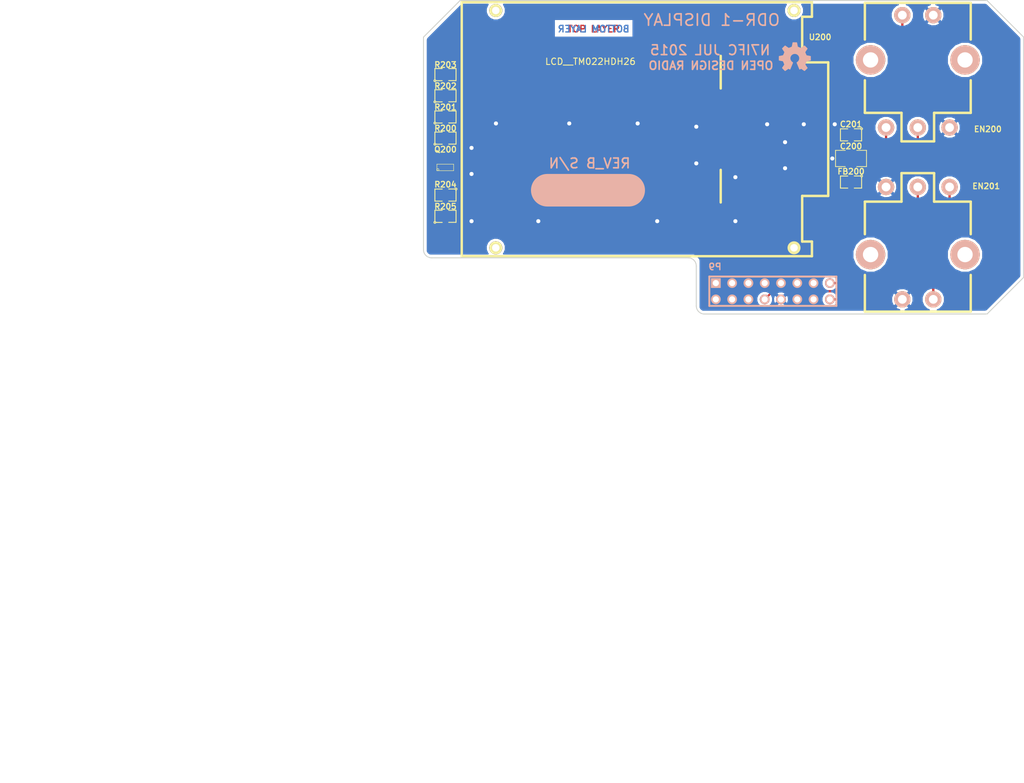
<source format=kicad_pcb>
(kicad_pcb (version 3) (host pcbnew "(2013-03-19 BZR 4004)-stable")

  (general
    (links 39)
    (no_connects 0)
    (area 28.4861 73.672699 188.289001 198.4375)
    (thickness 1.6)
    (drawings 20)
    (tracks 153)
    (zones 0)
    (modules 15)
    (nets 23)
  )

  (page USLetter)
  (title_block 
    (title "ODR-1 Display_Board")
    (rev B)
  )

  (layers
    (15 F.Cu signal)
    (0 B.Cu signal)
    (16 B.Adhes user hide)
    (17 F.Adhes user hide)
    (18 B.Paste user hide)
    (19 F.Paste user hide)
    (20 B.SilkS user)
    (21 F.SilkS user)
    (22 B.Mask user hide)
    (23 F.Mask user hide)
    (24 Dwgs.User user hide)
    (25 Cmts.User user)
    (26 Eco1.User user hide)
    (27 Eco2.User user hide)
    (28 Edge.Cuts user)
  )

  (setup
    (last_trace_width 0.3048)
    (user_trace_width 0.3048)
    (user_trace_width 0.3556)
    (user_trace_width 0.508)
    (user_trace_width 0.762)
    (trace_clearance 0.254)
    (zone_clearance 0.381)
    (zone_45_only no)
    (trace_min 0.254)
    (segment_width 0.1778)
    (edge_width 0.15)
    (via_size 0.889)
    (via_drill 0.635)
    (via_min_size 0.889)
    (via_min_drill 0.508)
    (uvia_size 0.508)
    (uvia_drill 0.127)
    (uvias_allowed no)
    (uvia_min_size 0.508)
    (uvia_min_drill 0.127)
    (pcb_text_width 0.3)
    (pcb_text_size 1 1)
    (mod_edge_width 0.381)
    (mod_text_size 1 1)
    (mod_text_width 0.15)
    (pad_size 1.524 1.524)
    (pad_drill 0.9652)
    (pad_to_mask_clearance 0)
    (aux_axis_origin 94.615 74.295)
    (visible_elements 7FFF7FFF)
    (pcbplotparams
      (layerselection 284721153)
      (usegerberextensions true)
      (excludeedgelayer true)
      (linewidth 177800)
      (plotframeref false)
      (viasonmask false)
      (mode 1)
      (useauxorigin true)
      (hpglpennumber 1)
      (hpglpenspeed 20)
      (hpglpendiameter 15)
      (hpglpenoverlay 2)
      (psnegative false)
      (psa4output false)
      (plotreference true)
      (plotvalue false)
      (plotothertext false)
      (plotinvisibletext false)
      (padsonsilk false)
      (subtractmaskfromsilk true)
      (outputformat 1)
      (mirror false)
      (drillshape 0)
      (scaleselection 1)
      (outputdirectory ""))
  )

  (net 0 "")
  (net 1 +3.3VD)
  (net 2 "/LCD and Encoders/+3.3V")
  (net 3 "/LCD and Encoders/GAIN_ENC_A")
  (net 4 "/LCD and Encoders/GAIN_ENC_B")
  (net 5 "/LCD and Encoders/GAIN_ENC_D")
  (net 6 "/LCD and Encoders/LCD_BL_PWM")
  (net 7 "/LCD and Encoders/LCD_CS")
  (net 8 "/LCD and Encoders/LCD_D/C")
  (net 9 "/LCD and Encoders/LCD_MISO")
  (net 10 "/LCD and Encoders/LCD_MOSI")
  (net 11 "/LCD and Encoders/LCD_RST")
  (net 12 "/LCD and Encoders/LCD_SCL")
  (net 13 "/LCD and Encoders/TUNE_ENC_A")
  (net 14 "/LCD and Encoders/TUNE_ENC_B")
  (net 15 "/LCD and Encoders/TUNE_ENC_D")
  (net 16 DGND)
  (net 17 N-000001)
  (net 18 N-0000017)
  (net 19 N-0000019)
  (net 20 N-0000020)
  (net 21 N-0000021)
  (net 22 N-0000022)

  (net_class Default "This is the default net class."
    (clearance 0.254)
    (trace_width 0.3048)
    (via_dia 0.889)
    (via_drill 0.635)
    (uvia_dia 0.508)
    (uvia_drill 0.127)
    (add_net "")
    (add_net +3.3VD)
    (add_net "/LCD and Encoders/+3.3V")
    (add_net "/LCD and Encoders/GAIN_ENC_A")
    (add_net "/LCD and Encoders/GAIN_ENC_B")
    (add_net "/LCD and Encoders/GAIN_ENC_D")
    (add_net "/LCD and Encoders/LCD_BL_PWM")
    (add_net "/LCD and Encoders/LCD_CS")
    (add_net "/LCD and Encoders/LCD_D/C")
    (add_net "/LCD and Encoders/LCD_MISO")
    (add_net "/LCD and Encoders/LCD_MOSI")
    (add_net "/LCD and Encoders/LCD_RST")
    (add_net "/LCD and Encoders/LCD_SCL")
    (add_net "/LCD and Encoders/TUNE_ENC_A")
    (add_net "/LCD and Encoders/TUNE_ENC_B")
    (add_net "/LCD and Encoders/TUNE_ENC_D")
    (add_net DGND)
    (add_net N-000001)
    (add_net N-0000017)
    (add_net N-0000019)
    (add_net N-0000020)
    (add_net N-0000021)
    (add_net N-0000022)
  )

  (net_class CLASS1 ""
    (clearance 0.6858)
    (trace_width 0.7874)
    (via_dia 1.651)
    (via_drill 0.8128)
    (uvia_dia 1.651)
    (uvia_drill 0.8128)
  )

  (net_class CLASS2 ""
    (clearance 0.508)
    (trace_width 0.508)
    (via_dia 1.397)
    (via_drill 0.635)
    (uvia_dia 1.397)
    (uvia_drill 0.5588)
  )

  (net_class CLASS3 ""
    (clearance 0.3556)
    (trace_width 0.4064)
    (via_dia 1.143)
    (via_drill 0.635)
    (uvia_dia 1.143)
    (uvia_drill 0.381)
  )

  (module ROTARY_ENCODER_1   locked (layer F.Cu) (tedit 55B8E879) (tstamp 532E3621)
    (at 171.704 83.566)
    (path /53263D7B/53265B0B)
    (fp_text reference EN200 (at 10.922 10.795) (layer F.SilkS)
      (effects (font (size 0.889 0.889) (thickness 0.1778)))
    )
    (fp_text value PEC16-4 (at 0 3.937) (layer F.SilkS) hide
      (effects (font (size 1 1) (thickness 0.15)))
    )
    (fp_line (start -8.255 3.175) (end -8.255 8.255) (layer F.SilkS) (width 0.381))
    (fp_line (start -8.255 8.255) (end -2.54 8.255) (layer F.SilkS) (width 0.381))
    (fp_line (start -2.54 8.255) (end -2.54 12.7) (layer F.SilkS) (width 0.381))
    (fp_line (start -2.54 12.7) (end 2.54 12.7) (layer F.SilkS) (width 0.381))
    (fp_line (start 2.54 12.7) (end 2.54 8.255) (layer F.SilkS) (width 0.381))
    (fp_line (start 2.54 8.255) (end 8.255 8.255) (layer F.SilkS) (width 0.381))
    (fp_line (start 8.255 8.255) (end 8.255 3.175) (layer F.SilkS) (width 0.381))
    (fp_line (start -8.255 -3.175) (end -8.255 -8.89) (layer F.SilkS) (width 0.381))
    (fp_line (start -8.255 -8.89) (end 8.255 -8.89) (layer F.SilkS) (width 0.381))
    (fp_line (start 8.255 -8.89) (end 8.255 -3.175) (layer F.SilkS) (width 0.381))
    (pad 5 thru_hole circle (at 2.413 -6.985) (size 2.54 2.54) (drill 1.371599)
      (layers *.Cu *.SilkS *.Mask)
      (net 16 DGND)
    )
    (pad 4 thru_hole circle (at -2.413 -6.985) (size 2.54 2.54) (drill 1.371599)
      (layers *.Cu *.SilkS *.Mask)
      (net 15 "/LCD and Encoders/TUNE_ENC_D")
    )
    (pad 3 thru_hole circle (at 4.953 10.541) (size 2.54 2.54) (drill 1.371599)
      (layers *.Cu *.SilkS *.Mask)
      (net 16 DGND)
    )
    (pad 2 thru_hole circle (at 0 10.541) (size 2.54 2.54) (drill 1.371599)
      (layers *.Cu *.SilkS *.Mask)
      (net 14 "/LCD and Encoders/TUNE_ENC_B")
    )
    (pad 7 thru_hole circle (at 7.366 0) (size 4.572 4.572) (drill 2.387598)
      (layers *.Cu *.SilkS *.Mask)
    )
    (pad 6 thru_hole circle (at -7.366 0) (size 4.572 4.572) (drill 2.387598)
      (layers *.Cu *.SilkS *.Mask)
    )
    (pad 1 thru_hole circle (at -4.953 10.541) (size 2.54 2.54) (drill 1.371599)
      (layers *.Cu *.SilkS *.Mask)
      (net 13 "/LCD and Encoders/TUNE_ENC_A")
    )
  )

  (module SOT23   placed (layer F.Cu) (tedit 55B8E83B) (tstamp 532D0461)
    (at 98.044 100.33)
    (tags SOT23)
    (path /53263D7B/532672AB)
    (fp_text reference Q200 (at 0 -2.794) (layer F.SilkS)
      (effects (font (size 0.889 0.889) (thickness 0.1778)))
    )
    (fp_text value IRLML2060TRPBF (at 6.35 0) (layer F.SilkS) hide
      (effects (font (size 0.50038 0.50038) (thickness 0.09906)))
    )
    (fp_circle (center -1.17602 0.35052) (end -1.30048 0.44958) (layer F.SilkS) (width 0.07874))
    (fp_line (start 1.27 -0.508) (end 1.27 0.508) (layer F.SilkS) (width 0.07874))
    (fp_line (start -1.3335 -0.508) (end -1.3335 0.508) (layer F.SilkS) (width 0.07874))
    (fp_line (start 1.27 0.508) (end -1.3335 0.508) (layer F.SilkS) (width 0.07874))
    (fp_line (start -1.3335 -0.508) (end 1.27 -0.508) (layer F.SilkS) (width 0.07874))
    (pad 3 smd rect (at 0 -1.09982) (size 0.8001 1.00076)
      (layers F.Cu F.Paste F.Mask)
      (net 18 N-0000017)
    )
    (pad 2 smd rect (at 0.9525 1.09982) (size 0.8001 1.00076)
      (layers F.Cu F.Paste F.Mask)
      (net 16 DGND)
    )
    (pad 1 smd rect (at -0.9525 1.09982) (size 0.8001 1.00076)
      (layers F.Cu F.Paste F.Mask)
      (net 17 N-000001)
    )
    (model smd\SOT23_3.wrl
      (at (xyz 0 0 0))
      (scale (xyz 0.4 0.4 0.4))
      (rotate (xyz 0 0 180))
    )
  )

  (module ROTARY_ENCODER_1   locked (layer F.Cu) (tedit 55B8E886) (tstamp 532E360C)
    (at 171.704 113.919 180)
    (path /53263D7B/53265326)
    (fp_text reference EN201 (at -10.668 10.668 180) (layer F.SilkS)
      (effects (font (size 0.889 0.889) (thickness 0.1778)))
    )
    (fp_text value PEC16-4 (at -0.635 4.191 180) (layer F.SilkS) hide
      (effects (font (size 1 1) (thickness 0.15)))
    )
    (fp_line (start -8.255 3.175) (end -8.255 8.255) (layer F.SilkS) (width 0.381))
    (fp_line (start -8.255 8.255) (end -2.54 8.255) (layer F.SilkS) (width 0.381))
    (fp_line (start -2.54 8.255) (end -2.54 12.7) (layer F.SilkS) (width 0.381))
    (fp_line (start -2.54 12.7) (end 2.54 12.7) (layer F.SilkS) (width 0.381))
    (fp_line (start 2.54 12.7) (end 2.54 8.255) (layer F.SilkS) (width 0.381))
    (fp_line (start 2.54 8.255) (end 8.255 8.255) (layer F.SilkS) (width 0.381))
    (fp_line (start 8.255 8.255) (end 8.255 3.175) (layer F.SilkS) (width 0.381))
    (fp_line (start -8.255 -3.175) (end -8.255 -8.89) (layer F.SilkS) (width 0.381))
    (fp_line (start -8.255 -8.89) (end 8.255 -8.89) (layer F.SilkS) (width 0.381))
    (fp_line (start 8.255 -8.89) (end 8.255 -3.175) (layer F.SilkS) (width 0.381))
    (pad 5 thru_hole circle (at 2.413 -6.985 180) (size 2.54 2.54) (drill 1.371599)
      (layers *.Cu *.SilkS *.Mask)
      (net 16 DGND)
    )
    (pad 4 thru_hole circle (at -2.413 -6.985 180) (size 2.54 2.54) (drill 1.371599)
      (layers *.Cu *.SilkS *.Mask)
      (net 5 "/LCD and Encoders/GAIN_ENC_D")
    )
    (pad 3 thru_hole circle (at 4.953 10.541 180) (size 2.54 2.54) (drill 1.371599)
      (layers *.Cu *.SilkS *.Mask)
      (net 16 DGND)
    )
    (pad 2 thru_hole circle (at 0 10.541 180) (size 2.54 2.54) (drill 1.371599)
      (layers *.Cu *.SilkS *.Mask)
      (net 4 "/LCD and Encoders/GAIN_ENC_B")
    )
    (pad 7 thru_hole circle (at 7.366 0 180) (size 4.572 4.572) (drill 2.387598)
      (layers *.Cu *.SilkS *.Mask)
    )
    (pad 6 thru_hole circle (at -7.366 0 180) (size 4.572 4.572) (drill 2.387598)
      (layers *.Cu *.SilkS *.Mask)
    )
    (pad 1 thru_hole circle (at -4.953 10.541 180) (size 2.54 2.54) (drill 1.371599)
      (layers *.Cu *.SilkS *.Mask)
      (net 3 "/LCD and Encoders/GAIN_ENC_A")
    )
  )

  (module TM022HDH26   locked (layer F.Cu) (tedit 55B8E854) (tstamp 532E643A)
    (at 140.97 94.361 90)
    (path /53263D7B/532646C2)
    (fp_text reference U200 (at 14.351 15.494 180) (layer F.SilkS)
      (effects (font (size 0.889 0.889) (thickness 0.1778)))
    )
    (fp_text value LCD__TM022HDH26 (at 10.541 -20.32 180) (layer F.SilkS)
      (effects (font (size 1 1) (thickness 0.15)))
    )
    (fp_line (start -6.35 0) (end -11.43 0) (layer F.SilkS) (width 0.381))
    (fp_line (start 6.35 0) (end 11.43 0) (layer F.SilkS) (width 0.381))
    (fp_line (start -10.414 16.764) (end 10.414 16.764) (layer F.SilkS) (width 0.381))
    (fp_line (start 10.414 12.7) (end 10.414 16.764) (layer F.SilkS) (width 0.381))
    (fp_line (start -10.414 12.7) (end -10.414 16.764) (layer F.SilkS) (width 0.381))
    (fp_line (start 17.526 12.7) (end 10.414 12.7) (layer F.SilkS) (width 0.381))
    (fp_line (start -17.526 12.7) (end -10.414 12.7) (layer F.SilkS) (width 0.381))
    (fp_line (start 17.526 14.224) (end 17.526 12.7) (layer F.SilkS) (width 0.381))
    (fp_line (start -17.526 14.224) (end -17.526 12.7) (layer F.SilkS) (width 0.381))
    (fp_line (start 19.812 14.224) (end 17.526 14.224) (layer F.SilkS) (width 0.381))
    (fp_line (start -19.812 14.224) (end -17.526 14.224) (layer F.SilkS) (width 0.381))
    (fp_line (start -19.812 -40.386) (end -19.812 14.224) (layer F.SilkS) (width 0.381))
    (fp_line (start 19.812 -40.386) (end 19.812 14.224) (layer F.SilkS) (width 0.381))
    (fp_line (start -19.812 -40.386) (end 19.812 -40.386) (layer F.SilkS) (width 0.381))
    (pad 1 smd oval (at -5.207 0 90) (size 0.381 3.81)
      (layers F.Cu F.Paste F.Mask)
      (net 16 DGND)
    )
    (pad 2 smd oval (at -4.4069 0 90) (size 0.381 3.81)
      (layers F.Cu F.Paste F.Mask)
      (net 11 "/LCD and Encoders/LCD_RST")
    )
    (pad 3 smd oval (at -3.60426 0 90) (size 0.381 3.81)
      (layers F.Cu F.Paste F.Mask)
      (net 12 "/LCD and Encoders/LCD_SCL")
    )
    (pad 4 smd oval (at -2.80416 0 90) (size 0.381 3.81)
      (layers F.Cu F.Paste F.Mask)
      (net 8 "/LCD and Encoders/LCD_D/C")
    )
    (pad 5 smd oval (at -2.00152 0 90) (size 0.381 3.81)
      (layers F.Cu F.Paste F.Mask)
      (net 7 "/LCD and Encoders/LCD_CS")
    )
    (pad 6 smd oval (at -1.20142 0 90) (size 0.381 3.81)
      (layers F.Cu F.Paste F.Mask)
      (net 10 "/LCD and Encoders/LCD_MOSI")
    )
    (pad 7 smd oval (at -0.40132 0 90) (size 0.381 3.81)
      (layers F.Cu F.Paste F.Mask)
      (net 9 "/LCD and Encoders/LCD_MISO")
    )
    (pad 8 smd oval (at 0.40132 0 90) (size 0.381 3.81)
      (layers F.Cu F.Paste F.Mask)
      (net 16 DGND)
    )
    (pad 9 smd oval (at 1.20142 0 90) (size 0.381 3.81)
      (layers F.Cu F.Paste F.Mask)
      (net 1 +3.3VD)
    )
    (pad 10 smd oval (at 2.00152 0 90) (size 0.381 3.81)
      (layers F.Cu F.Paste F.Mask)
      (net 1 +3.3VD)
    )
    (pad 11 smd oval (at 2.80416 0 90) (size 0.381 3.81)
      (layers F.Cu F.Paste F.Mask)
      (net 20 N-0000020)
    )
    (pad 12 smd oval (at 3.60426 0 90) (size 0.381 3.81)
      (layers F.Cu F.Paste F.Mask)
      (net 21 N-0000021)
    )
    (pad 13 smd oval (at 4.4069 0 90) (size 0.381 3.81)
      (layers F.Cu F.Paste F.Mask)
      (net 19 N-0000019)
    )
    (pad 14 smd oval (at 5.207 0 90) (size 0.381 3.81)
      (layers F.Cu F.Paste F.Mask)
      (net 22 N-0000022)
    )
    (pad 15 thru_hole circle (at -18.5039 11.43 90) (size 2.032 2.032) (drill 1.1684)
      (layers *.Cu *.Mask F.SilkS)
    )
    (pad 16 thru_hole circle (at 18.5039 11.43 90) (size 2.032 2.032) (drill 1.1684)
      (layers *.Cu *.Mask F.SilkS)
    )
    (pad 17 thru_hole circle (at 18.5039 -35.0774 90) (size 2.032 2.032) (drill 1.1684)
      (layers *.Cu *.Mask F.SilkS)
    )
    (pad 18 thru_hole circle (at -18.5039 -35.0774 90) (size 2.032 2.032) (drill 1.1684)
      (layers *.Cu *.Mask F.SilkS)
    )
  )

  (module HDR_8x2   locked (layer B.Cu) (tedit 55B8E335) (tstamp 532E2F79)
    (at 149.098 119.634)
    (descr HDR_8x2)
    (tags CONN)
    (path /53263D7B/538A6370)
    (fp_text reference P9 (at -9.017 -3.81) (layer B.SilkS)
      (effects (font (size 1.016 1.016) (thickness 0.2032)) (justify mirror))
    )
    (fp_text value CONN_8X2 (at 0 -3.302) (layer B.SilkS) hide
      (effects (font (size 1.016 1.016) (thickness 0.2032)) (justify mirror))
    )
    (fp_line (start -9.906 -2.286) (end -9.906 2.286) (layer B.SilkS) (width 0.3048))
    (fp_line (start -9.906 2.286) (end 9.906 2.286) (layer B.SilkS) (width 0.3048))
    (fp_line (start 9.906 2.286) (end 9.906 -2.286) (layer B.SilkS) (width 0.3048))
    (fp_line (start 9.906 -2.286) (end -9.906 -2.286) (layer B.SilkS) (width 0.3048))
    (pad 1 thru_hole rect (at -8.89 -1.27) (size 1.524 1.524) (drill 0.965199)
      (layers *.Cu *.Mask B.SilkS)
      (net 16 DGND)
    )
    (pad 2 thru_hole circle (at -8.89 1.27) (size 1.524 1.524) (drill 0.965199)
      (layers *.Cu *.Mask B.SilkS)
      (net 6 "/LCD and Encoders/LCD_BL_PWM")
    )
    (pad 3 thru_hole circle (at -6.35 -1.27) (size 1.524 1.524) (drill 0.965199)
      (layers *.Cu *.Mask B.SilkS)
      (net 11 "/LCD and Encoders/LCD_RST")
    )
    (pad 4 thru_hole circle (at -6.35 1.27) (size 1.524 1.524) (drill 0.965199)
      (layers *.Cu *.Mask B.SilkS)
      (net 12 "/LCD and Encoders/LCD_SCL")
    )
    (pad 5 thru_hole circle (at -3.81 -1.27) (size 1.524 1.524) (drill 0.965199)
      (layers *.Cu *.Mask B.SilkS)
      (net 8 "/LCD and Encoders/LCD_D/C")
    )
    (pad 6 thru_hole circle (at -3.81 1.27) (size 1.524 1.524) (drill 0.965199)
      (layers *.Cu *.Mask B.SilkS)
      (net 7 "/LCD and Encoders/LCD_CS")
    )
    (pad 7 thru_hole circle (at -1.27 -1.27) (size 1.524 1.524) (drill 0.965199)
      (layers *.Cu *.Mask B.SilkS)
      (net 10 "/LCD and Encoders/LCD_MOSI")
    )
    (pad 8 thru_hole circle (at -1.27 1.27) (size 1.524 1.524) (drill 0.965199)
      (layers *.Cu *.Mask B.SilkS)
      (net 9 "/LCD and Encoders/LCD_MISO")
    )
    (pad 9 thru_hole circle (at 1.27 -1.27) (size 1.524 1.524) (drill 0.965199)
      (layers *.Cu *.Mask B.SilkS)
      (net 2 "/LCD and Encoders/+3.3V")
    )
    (pad 10 thru_hole circle (at 1.27 1.27) (size 1.524 1.524) (drill 0.965199)
      (layers *.Cu *.Mask B.SilkS)
      (net 16 DGND)
    )
    (pad 11 thru_hole circle (at 3.81 -1.27) (size 1.524 1.524) (drill 0.965199)
      (layers *.Cu *.Mask B.SilkS)
      (net 13 "/LCD and Encoders/TUNE_ENC_A")
    )
    (pad 12 thru_hole circle (at 3.81 1.27) (size 1.524 1.524) (drill 0.965199)
      (layers *.Cu *.Mask B.SilkS)
      (net 4 "/LCD and Encoders/GAIN_ENC_B")
    )
    (pad 13 thru_hole circle (at 6.35 -1.27) (size 1.524 1.524) (drill 0.965199)
      (layers *.Cu *.Mask B.SilkS)
      (net 14 "/LCD and Encoders/TUNE_ENC_B")
    )
    (pad 14 thru_hole circle (at 6.35 1.27) (size 1.524 1.524) (drill 0.965199)
      (layers *.Cu *.Mask B.SilkS)
      (net 15 "/LCD and Encoders/TUNE_ENC_D")
    )
    (pad 15 thru_hole circle (at 8.89 -1.27) (size 1.524 1.524) (drill 0.965199)
      (layers *.Cu *.Mask B.SilkS)
      (net 3 "/LCD and Encoders/GAIN_ENC_A")
    )
    (pad 16 thru_hole circle (at 8.89 1.27) (size 1.524 1.524) (drill 0.965199)
      (layers *.Cu *.Mask B.SilkS)
      (net 5 "/LCD and Encoders/GAIN_ENC_D")
    )
    (model pin_array/pins_array_8x2.wrl
      (at (xyz 0 0 0))
      (scale (xyz 1 1 1))
      (rotate (xyz 0 0 0))
    )
  )

  (module SM0805-1 (layer F.Cu) (tedit 55B92D3C) (tstamp 532F0962)
    (at 161.29 95.25 180)
    (path /53263D7B/53266185)
    (attr smd)
    (fp_text reference C201 (at 0 1.651 180) (layer F.SilkS)
      (effects (font (size 0.889 0.889) (thickness 0.1778)))
    )
    (fp_text value 0.1uF (at 0 0.635 180) (layer F.SilkS) hide
      (effects (font (size 0.50038 0.50038) (thickness 0.10922)))
    )
    (fp_circle (center -1.651 0.9525) (end -1.778 1.016) (layer F.SilkS) (width 0.1524))
    (fp_line (start -0.508 0.9525) (end -1.524 0.9525) (layer F.SilkS) (width 0.1524))
    (fp_line (start -1.651 0.762) (end -1.651 -0.9398) (layer F.SilkS) (width 0.1524))
    (fp_line (start -1.651 -0.9398) (end -0.508 -0.9398) (layer F.SilkS) (width 0.1524))
    (fp_line (start 0.508 -0.9398) (end 1.651 -0.9398) (layer F.SilkS) (width 0.1524))
    (fp_line (start 1.651 -0.9398) (end 1.651 0.9398) (layer F.SilkS) (width 0.1524))
    (fp_line (start 1.651 0.9398) (end 0.508 0.9398) (layer F.SilkS) (width 0.1524))
    (pad 1 smd rect (at -0.9525 0 180) (size 0.889 1.397)
      (layers F.Cu F.Paste F.Mask)
      (net 1 +3.3VD)
    )
    (pad 2 smd rect (at 0.9525 0 180) (size 0.889 1.397)
      (layers F.Cu F.Paste F.Mask)
      (net 16 DGND)
    )
    (model smd/chip_cms.wrl
      (at (xyz 0 0 0))
      (scale (xyz 0.1 0.1 0.1))
      (rotate (xyz 0 0 0))
    )
  )

  (module SM0805-1 (layer F.Cu) (tedit 55B9332C) (tstamp 532D047B)
    (at 161.29 102.616 180)
    (path /53263D7B/532CFF5C)
    (attr smd)
    (fp_text reference FB200 (at 0 1.651 180) (layer F.SilkS)
      (effects (font (size 0.889 0.889) (thickness 0.1778)))
    )
    (fp_text value MPZ2012S102A (at 0 0.635 180) (layer F.SilkS) hide
      (effects (font (size 0.50038 0.50038) (thickness 0.10922)))
    )
    (fp_circle (center -1.651 0.9525) (end -1.778 1.016) (layer F.SilkS) (width 0.1524))
    (fp_line (start -0.508 0.9525) (end -1.524 0.9525) (layer F.SilkS) (width 0.1524))
    (fp_line (start -1.651 0.762) (end -1.651 -0.9398) (layer F.SilkS) (width 0.1524))
    (fp_line (start -1.651 -0.9398) (end -0.508 -0.9398) (layer F.SilkS) (width 0.1524))
    (fp_line (start 0.508 -0.9398) (end 1.651 -0.9398) (layer F.SilkS) (width 0.1524))
    (fp_line (start 1.651 -0.9398) (end 1.651 0.9398) (layer F.SilkS) (width 0.1524))
    (fp_line (start 1.651 0.9398) (end 0.508 0.9398) (layer F.SilkS) (width 0.1524))
    (pad 1 smd rect (at -0.9525 0 180) (size 0.889 1.397)
      (layers F.Cu F.Paste F.Mask)
      (net 1 +3.3VD)
    )
    (pad 2 smd rect (at 0.9525 0 180) (size 0.889 1.397)
      (layers F.Cu F.Paste F.Mask)
      (net 2 "/LCD and Encoders/+3.3V")
    )
    (model smd/chip_cms.wrl
      (at (xyz 0 0 0))
      (scale (xyz 0.1 0.1 0.1))
      (rotate (xyz 0 0 0))
    )
  )

  (module SM0805-1 (layer F.Cu) (tedit 55B92D28) (tstamp 532D0495)
    (at 98.044 107.95)
    (path /53263D7B/53268018)
    (attr smd)
    (fp_text reference R205 (at 0 -1.524) (layer F.SilkS)
      (effects (font (size 0.889 0.889) (thickness 0.1778)))
    )
    (fp_text value 10.0K (at 0 0.635) (layer F.SilkS) hide
      (effects (font (size 0.50038 0.50038) (thickness 0.10922)))
    )
    (fp_circle (center -1.651 0.9525) (end -1.778 1.016) (layer F.SilkS) (width 0.1524))
    (fp_line (start -0.508 0.9525) (end -1.524 0.9525) (layer F.SilkS) (width 0.1524))
    (fp_line (start -1.651 0.762) (end -1.651 -0.9398) (layer F.SilkS) (width 0.1524))
    (fp_line (start -1.651 -0.9398) (end -0.508 -0.9398) (layer F.SilkS) (width 0.1524))
    (fp_line (start 0.508 -0.9398) (end 1.651 -0.9398) (layer F.SilkS) (width 0.1524))
    (fp_line (start 1.651 -0.9398) (end 1.651 0.9398) (layer F.SilkS) (width 0.1524))
    (fp_line (start 1.651 0.9398) (end 0.508 0.9398) (layer F.SilkS) (width 0.1524))
    (pad 1 smd rect (at -0.9525 0) (size 0.889 1.397)
      (layers F.Cu F.Paste F.Mask)
      (net 6 "/LCD and Encoders/LCD_BL_PWM")
    )
    (pad 2 smd rect (at 0.9525 0) (size 0.889 1.397)
      (layers F.Cu F.Paste F.Mask)
      (net 16 DGND)
    )
    (model smd/chip_cms.wrl
      (at (xyz 0 0 0))
      (scale (xyz 0.1 0.1 0.1))
      (rotate (xyz 0 0 0))
    )
  )

  (module SM0805-1 (layer F.Cu) (tedit 55B92D24) (tstamp 532D04A2)
    (at 98.044 104.648 180)
    (path /53263D7B/53267658)
    (attr smd)
    (fp_text reference R204 (at 0 1.651 180) (layer F.SilkS)
      (effects (font (size 0.889 0.889) (thickness 0.1778)))
    )
    (fp_text value 10.0 (at 0 0.635 180) (layer F.SilkS) hide
      (effects (font (size 0.50038 0.50038) (thickness 0.10922)))
    )
    (fp_circle (center -1.651 0.9525) (end -1.778 1.016) (layer F.SilkS) (width 0.1524))
    (fp_line (start -0.508 0.9525) (end -1.524 0.9525) (layer F.SilkS) (width 0.1524))
    (fp_line (start -1.651 0.762) (end -1.651 -0.9398) (layer F.SilkS) (width 0.1524))
    (fp_line (start -1.651 -0.9398) (end -0.508 -0.9398) (layer F.SilkS) (width 0.1524))
    (fp_line (start 0.508 -0.9398) (end 1.651 -0.9398) (layer F.SilkS) (width 0.1524))
    (fp_line (start 1.651 -0.9398) (end 1.651 0.9398) (layer F.SilkS) (width 0.1524))
    (fp_line (start 1.651 0.9398) (end 0.508 0.9398) (layer F.SilkS) (width 0.1524))
    (pad 1 smd rect (at -0.9525 0 180) (size 0.889 1.397)
      (layers F.Cu F.Paste F.Mask)
      (net 6 "/LCD and Encoders/LCD_BL_PWM")
    )
    (pad 2 smd rect (at 0.9525 0 180) (size 0.889 1.397)
      (layers F.Cu F.Paste F.Mask)
      (net 17 N-000001)
    )
    (model smd/chip_cms.wrl
      (at (xyz 0 0 0))
      (scale (xyz 0.1 0.1 0.1))
      (rotate (xyz 0 0 0))
    )
  )

  (module SM0805-1 (layer F.Cu) (tedit 55B92D20) (tstamp 532D04E3)
    (at 98.044 95.758)
    (path /53263D7B/53265C12)
    (attr smd)
    (fp_text reference R200 (at 0 -1.524) (layer F.SilkS)
      (effects (font (size 0.889 0.889) (thickness 0.1778)))
    )
    (fp_text value 4.75 (at 0 0.635) (layer F.SilkS) hide
      (effects (font (size 0.50038 0.50038) (thickness 0.10922)))
    )
    (fp_circle (center -1.651 0.9525) (end -1.778 1.016) (layer F.SilkS) (width 0.1524))
    (fp_line (start -0.508 0.9525) (end -1.524 0.9525) (layer F.SilkS) (width 0.1524))
    (fp_line (start -1.651 0.762) (end -1.651 -0.9398) (layer F.SilkS) (width 0.1524))
    (fp_line (start -1.651 -0.9398) (end -0.508 -0.9398) (layer F.SilkS) (width 0.1524))
    (fp_line (start 0.508 -0.9398) (end 1.651 -0.9398) (layer F.SilkS) (width 0.1524))
    (fp_line (start 1.651 -0.9398) (end 1.651 0.9398) (layer F.SilkS) (width 0.1524))
    (fp_line (start 1.651 0.9398) (end 0.508 0.9398) (layer F.SilkS) (width 0.1524))
    (pad 1 smd rect (at -0.9525 0) (size 0.889 1.397)
      (layers F.Cu F.Paste F.Mask)
      (net 18 N-0000017)
    )
    (pad 2 smd rect (at 0.9525 0) (size 0.889 1.397)
      (layers F.Cu F.Paste F.Mask)
      (net 20 N-0000020)
    )
    (model smd/chip_cms.wrl
      (at (xyz 0 0 0))
      (scale (xyz 0.1 0.1 0.1))
      (rotate (xyz 0 0 0))
    )
  )

  (module SM0805-1 (layer F.Cu) (tedit 55B92D1D) (tstamp 532D04D6)
    (at 98.044 92.456)
    (path /53263D7B/53265FED)
    (attr smd)
    (fp_text reference R201 (at 0 -1.524) (layer F.SilkS)
      (effects (font (size 0.889 0.889) (thickness 0.1778)))
    )
    (fp_text value 4.75 (at 0 0.635) (layer F.SilkS) hide
      (effects (font (size 0.50038 0.50038) (thickness 0.10922)))
    )
    (fp_circle (center -1.651 0.9525) (end -1.778 1.016) (layer F.SilkS) (width 0.1524))
    (fp_line (start -0.508 0.9525) (end -1.524 0.9525) (layer F.SilkS) (width 0.1524))
    (fp_line (start -1.651 0.762) (end -1.651 -0.9398) (layer F.SilkS) (width 0.1524))
    (fp_line (start -1.651 -0.9398) (end -0.508 -0.9398) (layer F.SilkS) (width 0.1524))
    (fp_line (start 0.508 -0.9398) (end 1.651 -0.9398) (layer F.SilkS) (width 0.1524))
    (fp_line (start 1.651 -0.9398) (end 1.651 0.9398) (layer F.SilkS) (width 0.1524))
    (fp_line (start 1.651 0.9398) (end 0.508 0.9398) (layer F.SilkS) (width 0.1524))
    (pad 1 smd rect (at -0.9525 0) (size 0.889 1.397)
      (layers F.Cu F.Paste F.Mask)
      (net 18 N-0000017)
    )
    (pad 2 smd rect (at 0.9525 0) (size 0.889 1.397)
      (layers F.Cu F.Paste F.Mask)
      (net 21 N-0000021)
    )
    (model smd/chip_cms.wrl
      (at (xyz 0 0 0))
      (scale (xyz 0.1 0.1 0.1))
      (rotate (xyz 0 0 0))
    )
  )

  (module SM0805-1 (layer F.Cu) (tedit 55B92D13) (tstamp 532D04C9)
    (at 98.044 89.154)
    (path /53263D7B/53265FF3)
    (attr smd)
    (fp_text reference R202 (at 0 -1.524) (layer F.SilkS)
      (effects (font (size 0.889 0.889) (thickness 0.1778)))
    )
    (fp_text value 4.75 (at 0 0.635) (layer F.SilkS) hide
      (effects (font (size 0.50038 0.50038) (thickness 0.10922)))
    )
    (fp_circle (center -1.651 0.9525) (end -1.778 1.016) (layer F.SilkS) (width 0.1524))
    (fp_line (start -0.508 0.9525) (end -1.524 0.9525) (layer F.SilkS) (width 0.1524))
    (fp_line (start -1.651 0.762) (end -1.651 -0.9398) (layer F.SilkS) (width 0.1524))
    (fp_line (start -1.651 -0.9398) (end -0.508 -0.9398) (layer F.SilkS) (width 0.1524))
    (fp_line (start 0.508 -0.9398) (end 1.651 -0.9398) (layer F.SilkS) (width 0.1524))
    (fp_line (start 1.651 -0.9398) (end 1.651 0.9398) (layer F.SilkS) (width 0.1524))
    (fp_line (start 1.651 0.9398) (end 0.508 0.9398) (layer F.SilkS) (width 0.1524))
    (pad 1 smd rect (at -0.9525 0) (size 0.889 1.397)
      (layers F.Cu F.Paste F.Mask)
      (net 18 N-0000017)
    )
    (pad 2 smd rect (at 0.9525 0) (size 0.889 1.397)
      (layers F.Cu F.Paste F.Mask)
      (net 19 N-0000019)
    )
    (model smd/chip_cms.wrl
      (at (xyz 0 0 0))
      (scale (xyz 0.1 0.1 0.1))
      (rotate (xyz 0 0 0))
    )
  )

  (module SM0805-1 (layer F.Cu) (tedit 55B92D0D) (tstamp 532D04BC)
    (at 98.044 85.852)
    (path /53263D7B/53265FF9)
    (attr smd)
    (fp_text reference R203 (at 0 -1.524) (layer F.SilkS)
      (effects (font (size 0.889 0.889) (thickness 0.1778)))
    )
    (fp_text value 4.75 (at 0 0.635) (layer F.SilkS) hide
      (effects (font (size 0.50038 0.50038) (thickness 0.10922)))
    )
    (fp_circle (center -1.651 0.9525) (end -1.778 1.016) (layer F.SilkS) (width 0.1524))
    (fp_line (start -0.508 0.9525) (end -1.524 0.9525) (layer F.SilkS) (width 0.1524))
    (fp_line (start -1.651 0.762) (end -1.651 -0.9398) (layer F.SilkS) (width 0.1524))
    (fp_line (start -1.651 -0.9398) (end -0.508 -0.9398) (layer F.SilkS) (width 0.1524))
    (fp_line (start 0.508 -0.9398) (end 1.651 -0.9398) (layer F.SilkS) (width 0.1524))
    (fp_line (start 1.651 -0.9398) (end 1.651 0.9398) (layer F.SilkS) (width 0.1524))
    (fp_line (start 1.651 0.9398) (end 0.508 0.9398) (layer F.SilkS) (width 0.1524))
    (pad 1 smd rect (at -0.9525 0) (size 0.889 1.397)
      (layers F.Cu F.Paste F.Mask)
      (net 18 N-0000017)
    )
    (pad 2 smd rect (at 0.9525 0) (size 0.889 1.397)
      (layers F.Cu F.Paste F.Mask)
      (net 22 N-0000022)
    )
    (model smd/chip_cms.wrl
      (at (xyz 0 0 0))
      (scale (xyz 0.1 0.1 0.1))
      (rotate (xyz 0 0 0))
    )
  )

  (module SM1206-1 (layer F.Cu) (tedit 55B93293) (tstamp 532D0488)
    (at 161.29 98.933 180)
    (path /53263D7B/532CFA49)
    (attr smd)
    (fp_text reference C200 (at 0 1.905 180) (layer F.SilkS)
      (effects (font (size 0.889 0.889) (thickness 0.1778)))
    )
    (fp_text value 22uF (at 0 0.889 180) (layer F.SilkS) hide
      (effects (font (size 0.889 0.889) (thickness 0.1778)))
    )
    (fp_line (start -2.413 -1.27) (end -2.413 1.27) (layer F.SilkS) (width 0.127))
    (fp_line (start -2.413 1.27) (end -0.889 1.27) (layer F.SilkS) (width 0.127))
    (fp_line (start 0.889 -1.27) (end 2.413 -1.27) (layer F.SilkS) (width 0.127))
    (fp_line (start 2.413 -1.27) (end 2.413 1.27) (layer F.SilkS) (width 0.127))
    (fp_line (start 2.413 1.27) (end 0.889 1.27) (layer F.SilkS) (width 0.127))
    (fp_line (start -0.889 -1.27) (end -2.413 -1.27) (layer F.SilkS) (width 0.127))
    (pad 1 smd rect (at -1.524 0 180) (size 1.27 2.032)
      (layers F.Cu F.Paste F.Mask)
      (net 1 +3.3VD)
    )
    (pad 2 smd rect (at 1.524 0 180) (size 1.27 2.032)
      (layers F.Cu F.Paste F.Mask)
      (net 16 DGND)
    )
    (model smd/chip_cms.wrl
      (at (xyz 0 0 0))
      (scale (xyz 0.17 0.16 0.16))
      (rotate (xyz 0 0 0))
    )
  )

  (module OSHW-logo_silkscreen-back_5mm (layer B.Cu) (tedit 0) (tstamp 55BD8556)
    (at 152.527 83.058)
    (fp_text reference G*** (at 0 -2.65176) (layer B.SilkS) hide
      (effects (font (size 0.22606 0.22606) (thickness 0.04318)) (justify mirror))
    )
    (fp_text value OSHW-logo_silkscreen-back_5mm (at 0 2.65176) (layer B.SilkS) hide
      (effects (font (size 0.22606 0.22606) (thickness 0.04318)) (justify mirror))
    )
    (fp_poly (pts (xy 1.51384 2.24536) (xy 1.48844 2.23012) (xy 1.43002 2.19456) (xy 1.3462 2.13868)
      (xy 1.24714 2.07264) (xy 1.14808 2.0066) (xy 1.0668 1.95326) (xy 1.01092 1.91516)
      (xy 0.98552 1.90246) (xy 0.97282 1.90754) (xy 0.9271 1.9304) (xy 0.85852 1.96596)
      (xy 0.81788 1.98628) (xy 0.75692 2.01168) (xy 0.7239 2.0193) (xy 0.71882 2.00914)
      (xy 0.69596 1.96088) (xy 0.6604 1.8796) (xy 0.61468 1.77038) (xy 0.5588 1.64338)
      (xy 0.50292 1.50876) (xy 0.4445 1.36906) (xy 0.38862 1.23444) (xy 0.34036 1.11506)
      (xy 0.29972 1.01854) (xy 0.27432 0.94996) (xy 0.26416 0.92202) (xy 0.2667 0.9144)
      (xy 0.29972 0.88392) (xy 0.35306 0.84328) (xy 0.47244 0.74676) (xy 0.58928 0.60198)
      (xy 0.6604 0.43688) (xy 0.68326 0.25146) (xy 0.66294 0.08128) (xy 0.5969 -0.08128)
      (xy 0.4826 -0.2286) (xy 0.3429 -0.33782) (xy 0.18034 -0.4064) (xy 0 -0.42926)
      (xy -0.17272 -0.40894) (xy -0.34036 -0.3429) (xy -0.48768 -0.23114) (xy -0.55118 -0.16002)
      (xy -0.63754 -0.01016) (xy -0.6858 0.14732) (xy -0.69088 0.18796) (xy -0.68326 0.36322)
      (xy -0.63246 0.5334) (xy -0.53848 0.68326) (xy -0.40894 0.80772) (xy -0.3937 0.81788)
      (xy -0.33528 0.8636) (xy -0.29464 0.89408) (xy -0.26416 0.91948) (xy -0.48768 1.45796)
      (xy -0.52324 1.54178) (xy -0.5842 1.6891) (xy -0.63754 1.8161) (xy -0.68072 1.9177)
      (xy -0.7112 1.98374) (xy -0.7239 2.01168) (xy -0.7239 2.01422) (xy -0.74422 2.01676)
      (xy -0.78486 2.00152) (xy -0.86106 1.96596) (xy -0.90932 1.94056) (xy -0.96774 1.91262)
      (xy -0.99314 1.90246) (xy -1.016 1.91516) (xy -1.06934 1.95072) (xy -1.15062 2.00406)
      (xy -1.24714 2.06756) (xy -1.33858 2.13106) (xy -1.4224 2.18694) (xy -1.48336 2.22504)
      (xy -1.51384 2.24282) (xy -1.51892 2.24282) (xy -1.54432 2.22758) (xy -1.59258 2.18694)
      (xy -1.66624 2.11836) (xy -1.77038 2.01422) (xy -1.78562 1.99898) (xy -1.87198 1.91262)
      (xy -1.94056 1.83896) (xy -1.98628 1.78816) (xy -2.00406 1.7653) (xy -2.00406 1.7653)
      (xy -1.98882 1.73482) (xy -1.95072 1.67386) (xy -1.89484 1.5875) (xy -1.82626 1.48844)
      (xy -1.64846 1.22936) (xy -1.74498 0.98552) (xy -1.77546 0.90932) (xy -1.81356 0.82042)
      (xy -1.8415 0.75438) (xy -1.85674 0.72644) (xy -1.88214 0.71628) (xy -1.95072 0.70104)
      (xy -2.04724 0.68072) (xy -2.16154 0.6604) (xy -2.2733 0.64008) (xy -2.37236 0.61976)
      (xy -2.44348 0.60706) (xy -2.4765 0.59944) (xy -2.48412 0.59436) (xy -2.49174 0.57912)
      (xy -2.49428 0.5461) (xy -2.49682 0.48514) (xy -2.49936 0.39116) (xy -2.49936 0.25146)
      (xy -2.49936 0.23622) (xy -2.49682 0.10668) (xy -2.49428 0) (xy -2.49174 -0.06604)
      (xy -2.48666 -0.09398) (xy -2.48666 -0.09398) (xy -2.45618 -0.1016) (xy -2.38506 -0.11684)
      (xy -2.286 -0.13462) (xy -2.16662 -0.15748) (xy -2.159 -0.16002) (xy -2.04216 -0.18288)
      (xy -1.9431 -0.2032) (xy -1.87198 -0.21844) (xy -1.84404 -0.2286) (xy -1.83642 -0.23622)
      (xy -1.81356 -0.28194) (xy -1.78054 -0.3556) (xy -1.7399 -0.4445) (xy -1.7018 -0.53848)
      (xy -1.66878 -0.6223) (xy -1.64592 -0.68326) (xy -1.6383 -0.7112) (xy -1.64084 -0.71374)
      (xy -1.65862 -0.74168) (xy -1.69926 -0.80264) (xy -1.75514 -0.88646) (xy -1.82372 -0.98806)
      (xy -1.8288 -0.99568) (xy -1.89738 -1.09474) (xy -1.95326 -1.1811) (xy -1.98882 -1.23952)
      (xy -2.00406 -1.26746) (xy -2.00406 -1.27) (xy -1.9812 -1.30048) (xy -1.9304 -1.35636)
      (xy -1.85674 -1.43256) (xy -1.77038 -1.52146) (xy -1.74244 -1.54686) (xy -1.64338 -1.64338)
      (xy -1.57734 -1.70434) (xy -1.53416 -1.73736) (xy -1.51384 -1.74498) (xy -1.51384 -1.74498)
      (xy -1.48336 -1.7272) (xy -1.41986 -1.68656) (xy -1.33604 -1.62814) (xy -1.23444 -1.55956)
      (xy -1.22682 -1.55448) (xy -1.12776 -1.4859) (xy -1.04394 -1.43002) (xy -0.98552 -1.38938)
      (xy -0.95758 -1.37414) (xy -0.95504 -1.37414) (xy -0.9144 -1.38684) (xy -0.84328 -1.41224)
      (xy -0.75438 -1.44526) (xy -0.66294 -1.48336) (xy -0.57912 -1.51892) (xy -0.51562 -1.54686)
      (xy -0.48514 -1.56464) (xy -0.48514 -1.56464) (xy -0.47498 -1.6002) (xy -0.4572 -1.6764)
      (xy -0.43688 -1.778) (xy -0.41148 -1.89992) (xy -0.40894 -1.92024) (xy -0.38608 -2.03962)
      (xy -0.3683 -2.13868) (xy -0.35306 -2.20726) (xy -0.34544 -2.2352) (xy -0.3302 -2.23774)
      (xy -0.27178 -2.24282) (xy -0.18288 -2.24536) (xy -0.07366 -2.24536) (xy 0.0381 -2.24536)
      (xy 0.14732 -2.24282) (xy 0.2413 -2.24028) (xy 0.30988 -2.2352) (xy 0.33782 -2.23012)
      (xy 0.33782 -2.22758) (xy 0.34798 -2.18948) (xy 0.36576 -2.11582) (xy 0.38608 -2.01168)
      (xy 0.40894 -1.88976) (xy 0.41402 -1.8669) (xy 0.43688 -1.75006) (xy 0.4572 -1.651)
      (xy 0.4699 -1.58496) (xy 0.47752 -1.55702) (xy 0.49022 -1.55194) (xy 0.53848 -1.53162)
      (xy 0.61722 -1.4986) (xy 0.71628 -1.45796) (xy 0.94488 -1.36652) (xy 1.22682 -1.55702)
      (xy 1.25222 -1.5748) (xy 1.35382 -1.64338) (xy 1.4351 -1.69926) (xy 1.49352 -1.73736)
      (xy 1.51638 -1.75006) (xy 1.51892 -1.75006) (xy 1.54686 -1.72466) (xy 1.60274 -1.67132)
      (xy 1.67894 -1.59766) (xy 1.76784 -1.5113) (xy 1.83134 -1.44526) (xy 1.91008 -1.36652)
      (xy 1.95834 -1.31318) (xy 1.98628 -1.28016) (xy 1.9939 -1.25984) (xy 1.99136 -1.2446)
      (xy 1.97358 -1.21666) (xy 1.93294 -1.1557) (xy 1.87452 -1.06934) (xy 1.80594 -0.97028)
      (xy 1.75006 -0.88646) (xy 1.6891 -0.79248) (xy 1.651 -0.72644) (xy 1.63576 -0.69342)
      (xy 1.64084 -0.68072) (xy 1.65862 -0.62484) (xy 1.69418 -0.54102) (xy 1.73482 -0.44196)
      (xy 1.83388 -0.22098) (xy 1.97866 -0.19304) (xy 2.06756 -0.17526) (xy 2.18948 -0.1524)
      (xy 2.30886 -0.12954) (xy 2.49174 -0.09398) (xy 2.49936 0.58166) (xy 2.47142 0.59436)
      (xy 2.44348 0.60198) (xy 2.3749 0.61722) (xy 2.27838 0.63754) (xy 2.16154 0.65786)
      (xy 2.06502 0.67564) (xy 1.96596 0.69596) (xy 1.89484 0.70866) (xy 1.86436 0.71628)
      (xy 1.8542 0.72644) (xy 1.83134 0.7747) (xy 1.79578 0.8509) (xy 1.75514 0.94234)
      (xy 1.71704 1.03632) (xy 1.68148 1.12522) (xy 1.65862 1.19126) (xy 1.64846 1.22428)
      (xy 1.66116 1.25222) (xy 1.69926 1.31064) (xy 1.7526 1.39192) (xy 1.82118 1.49098)
      (xy 1.88722 1.5875) (xy 1.94564 1.67132) (xy 1.98374 1.73228) (xy 2.00152 1.76022)
      (xy 1.99136 1.778) (xy 1.95326 1.82626) (xy 1.8796 1.90246) (xy 1.76784 2.01168)
      (xy 1.75006 2.02946) (xy 1.6637 2.11328) (xy 1.59004 2.18186) (xy 1.5367 2.22758)
      (xy 1.51384 2.24536)) (layer B.SilkS) (width 0.00254))
  )

  (gr_text "This work is licensed under the Creative Commons Attribution-ShareAlike 4.0 International License.\nTo view a copy of this license, visit http://creativecommons.org/licenses/by-sa/4.0/\nor send a letter to Creative Commons, PO Box 1866, Mountain View, CA 94042, USA." (at 28.575 192.659) (layer Cmts.User)
    (effects (font (size 1.524 1.524) (thickness 0.1778)) (justify left))
  )
  (gr_line (start 113.919 103.886) (end 126.619 103.886) (angle 90) (layer B.SilkS) (width 5.08))
  (gr_text "REV_B S/N" (at 120.523 99.695) (layer B.SilkS)
    (effects (font (size 1.524 1.524) (thickness 0.254)) (justify mirror))
  )
  (gr_text "OPEN DESIGN RADIO" (at 139.446 84.455) (layer B.SilkS)
    (effects (font (size 1.27 1.27) (thickness 0.254)) (justify mirror))
  )
  (gr_text "N7IFC JUL 2015" (at 139.319 82.042) (layer B.SilkS)
    (effects (font (size 1.524 1.524) (thickness 0.254)) (justify mirror))
  )
  (gr_text "ODR-1 DISPLAY" (at 139.573 77.343) (layer B.SilkS)
    (effects (font (size 1.778 1.778) (thickness 0.254)) (justify mirror))
  )
  (gr_text "BOTTOM LAYER" (at 121.158 78.74) (layer B.Cu)
    (effects (font (size 1.016 1.016) (thickness 0.2032)) (justify mirror))
  )
  (gr_text "TOP LAYER" (at 121.158 78.74) (layer F.Cu)
    (effects (font (size 1.016 1.016) (thickness 0.2032)))
  )
  (gr_line (start 100.33 74.295) (end 94.615 80.01) (angle 90) (layer Edge.Cuts) (width 0.15))
  (gr_arc (start 95.885 113.157) (end 95.885 114.427) (angle 90) (layer Edge.Cuts) (width 0.15))
  (gr_arc (start 135.89 115.697) (end 135.89 114.427) (angle 90) (layer Edge.Cuts) (width 0.15))
  (gr_arc (start 138.43 121.92) (end 138.43 123.19) (angle 90) (layer Edge.Cuts) (width 0.15))
  (gr_line (start 188.214 80.01) (end 182.499 74.295) (angle 90) (layer Edge.Cuts) (width 0.15))
  (gr_line (start 182.499 123.19) (end 188.214 117.475) (angle 90) (layer Edge.Cuts) (width 0.15))
  (gr_line (start 137.16 115.697) (end 137.16 121.92) (angle 90) (layer Edge.Cuts) (width 0.15))
  (gr_line (start 95.885 114.427) (end 135.89 114.427) (angle 90) (layer Edge.Cuts) (width 0.15))
  (gr_line (start 94.615 80.01) (end 94.615 113.157) (angle 90) (layer Edge.Cuts) (width 0.15))
  (gr_line (start 182.499 74.295) (end 100.33 74.295) (angle 90) (layer Edge.Cuts) (width 0.15))
  (gr_line (start 188.214 117.475) (end 188.214 80.01) (angle 90) (layer Edge.Cuts) (width 0.15) (tstamp 532E2FED))
  (gr_line (start 138.43 123.19) (end 182.499 123.19) (angle 90) (layer Edge.Cuts) (width 0.15))

  (segment (start 140.97 92.35948) (end 144.36852 92.35948) (width 0.3048) (layer F.Cu) (net 1))
  (segment (start 144.33042 93.15958) (end 140.97 93.15958) (width 0.3048) (layer F.Cu) (net 1) (tstamp 55AAB2FF))
  (segment (start 144.653 92.837) (end 144.33042 93.15958) (width 0.3048) (layer F.Cu) (net 1) (tstamp 55AAB2FE))
  (segment (start 144.653 92.64396) (end 144.653 92.837) (width 0.3048) (layer F.Cu) (net 1) (tstamp 55AAB2FA))
  (segment (start 144.36852 92.35948) (end 144.653 92.64396) (width 0.3048) (layer F.Cu) (net 1) (tstamp 55AAB2F6))
  (segment (start 160.3375 102.616) (end 157.734 102.616) (width 0.762) (layer F.Cu) (net 2))
  (segment (start 150.368 109.982) (end 150.368 118.364) (width 0.762) (layer F.Cu) (net 2) (tstamp 55AAB537))
  (segment (start 157.734 102.616) (end 150.368 109.982) (width 0.762) (layer F.Cu) (net 2) (tstamp 55AAB530))
  (segment (start 157.988 118.364) (end 164.846 118.364) (width 0.3556) (layer F.Cu) (net 3))
  (segment (start 176.657 106.553) (end 176.657 103.378) (width 0.3556) (layer F.Cu) (net 3) (tstamp 55AAABA7))
  (segment (start 167.386 115.824) (end 176.657 106.553) (width 0.3556) (layer F.Cu) (net 3) (tstamp 55AAABA5))
  (segment (start 167.386 115.824) (end 167.386 115.824) (width 0.3556) (layer F.Cu) (net 3) (tstamp 55AAABA3))
  (segment (start 164.846 118.364) (end 167.386 115.824) (width 0.3556) (layer F.Cu) (net 3) (tstamp 55AAAB9F))
  (segment (start 171.704 103.378) (end 171.704 105.791) (width 0.3556) (layer F.Cu) (net 4))
  (segment (start 154.178 119.634) (end 152.908 120.904) (width 0.3556) (layer F.Cu) (net 4) (tstamp 55AAABD4))
  (segment (start 154.178 117.348) (end 154.178 119.634) (width 0.3556) (layer F.Cu) (net 4) (tstamp 55AAABD0))
  (segment (start 163.195 108.331) (end 154.178 117.348) (width 0.3556) (layer F.Cu) (net 4) (tstamp 55AAABCF))
  (segment (start 169.164 108.331) (end 163.195 108.331) (width 0.3556) (layer F.Cu) (net 4) (tstamp 55AAABCD))
  (segment (start 171.704 105.791) (end 169.164 108.331) (width 0.3556) (layer F.Cu) (net 4) (tstamp 55AAABCC))
  (segment (start 174.117 120.904) (end 174.117 119.253) (width 0.3556) (layer F.Cu) (net 5))
  (segment (start 165.862 120.904) (end 157.988 120.904) (width 0.3556) (layer F.Cu) (net 5) (tstamp 55AAA6FD))
  (segment (start 168.402 118.364) (end 165.862 120.904) (width 0.3556) (layer F.Cu) (net 5) (tstamp 55AAA6F6))
  (segment (start 173.228 118.364) (end 168.402 118.364) (width 0.3556) (layer F.Cu) (net 5) (tstamp 55AAA6F3))
  (segment (start 174.117 119.253) (end 173.228 118.364) (width 0.3556) (layer F.Cu) (net 5) (tstamp 55AAA6EB))
  (segment (start 97.0915 109.4105) (end 97.0915 107.95) (width 0.3048) (layer F.Cu) (net 6) (tstamp 532FDCC5))
  (segment (start 98.298 110.617) (end 97.0915 109.4105) (width 0.3048) (layer F.Cu) (net 6) (tstamp 532FDCC4))
  (segment (start 135.763 110.617) (end 98.298 110.617) (width 0.3048) (layer F.Cu) (net 6) (tstamp 532FDCC3))
  (segment (start 141.478 116.332) (end 135.763 110.617) (width 0.3048) (layer F.Cu) (net 6) (tstamp 532FDCC2))
  (segment (start 97.0915 107.95) (end 97.0915 106.8705) (width 0.3048) (layer F.Cu) (net 6))
  (segment (start 98.9965 105.7275) (end 98.9965 104.648) (width 0.3048) (layer F.Cu) (net 6) (tstamp 532FDC7D))
  (segment (start 98.425 106.299) (end 98.9965 105.7275) (width 0.3048) (layer F.Cu) (net 6) (tstamp 532FDC7C))
  (segment (start 97.663 106.299) (end 98.425 106.299) (width 0.3048) (layer F.Cu) (net 6) (tstamp 532FDC7B))
  (segment (start 97.0915 106.8705) (end 97.663 106.299) (width 0.3048) (layer F.Cu) (net 6) (tstamp 532FDC7A))
  (segment (start 140.208 120.904) (end 141.478 119.634) (width 0.3048) (layer F.Cu) (net 6))
  (segment (start 141.478 119.634) (end 141.478 116.332) (width 0.3048) (layer F.Cu) (net 6) (tstamp 532FDCC1))
  (segment (start 141.00048 96.393) (end 140.97 96.36252) (width 0.3048) (layer F.Cu) (net 7) (tstamp 532F531B))
  (segment (start 145.923 96.393) (end 141.00048 96.393) (width 0.3048) (layer F.Cu) (net 7) (tstamp 532F5318))
  (segment (start 147.574 98.044) (end 145.923 96.393) (width 0.3048) (layer F.Cu) (net 7) (tstamp 532F5314))
  (segment (start 147.574 115.57) (end 147.574 98.044) (width 0.3048) (layer F.Cu) (net 7) (tstamp 532F5312))
  (segment (start 146.558 116.586) (end 147.574 115.57) (width 0.3048) (layer F.Cu) (net 7) (tstamp 532F5307))
  (segment (start 146.558 119.634) (end 146.558 116.586) (width 0.3048) (layer F.Cu) (net 7) (tstamp 532F5302))
  (segment (start 145.288 120.904) (end 146.558 119.634) (width 0.3048) (layer F.Cu) (net 7))
  (segment (start 145.288 118.364) (end 145.288 116.332) (width 0.3048) (layer F.Cu) (net 8))
  (segment (start 145.42516 97.16516) (end 140.97 97.16516) (width 0.3048) (layer F.Cu) (net 8) (tstamp 532F52F7))
  (segment (start 146.812 98.552) (end 145.42516 97.16516) (width 0.3048) (layer F.Cu) (net 8) (tstamp 532F52ED))
  (segment (start 146.812 114.808) (end 146.812 98.552) (width 0.3048) (layer F.Cu) (net 8) (tstamp 532F52EB))
  (segment (start 145.288 116.332) (end 146.812 114.808) (width 0.3048) (layer F.Cu) (net 8) (tstamp 532F52E4))
  (segment (start 146.83232 94.76232) (end 140.97 94.76232) (width 0.3048) (layer F.Cu) (net 9) (tstamp 532F535C))
  (segment (start 149.098 97.028) (end 146.83232 94.76232) (width 0.3048) (layer F.Cu) (net 9) (tstamp 532F535A))
  (segment (start 147.828 120.904) (end 149.098 119.634) (width 0.3048) (layer F.Cu) (net 9))
  (segment (start 149.098 119.634) (end 149.098 109.982) (width 0.3048) (layer F.Cu) (net 9) (tstamp 532F5349))
  (segment (start 149.098 109.982) (end 149.098 97.028) (width 0.3048) (layer F.Cu) (net 9) (tstamp 532F5356))
  (segment (start 149.098 109.982) (end 149.098 109.982) (width 0.3048) (layer F.Cu) (net 9) (tstamp 532F5351))
  (segment (start 147.828 118.364) (end 147.828 116.586) (width 0.3048) (layer F.Cu) (net 10))
  (segment (start 147.828 116.586) (end 148.336 116.078) (width 0.3048) (layer F.Cu) (net 10) (tstamp 532F5326))
  (segment (start 148.336 116.078) (end 148.336 97.536) (width 0.3048) (layer F.Cu) (net 10) (tstamp 532F532C))
  (segment (start 146.36242 95.56242) (end 140.97 95.56242) (width 0.3048) (layer F.Cu) (net 10) (tstamp 532F533D))
  (segment (start 148.336 97.536) (end 146.36242 95.56242) (width 0.3048) (layer F.Cu) (net 10) (tstamp 532F5333))
  (segment (start 144.6149 98.7679) (end 140.97 98.7679) (width 0.3048) (layer F.Cu) (net 11) (tstamp 532F52BA))
  (segment (start 145.288 99.441) (end 144.6149 98.7679) (width 0.3048) (layer F.Cu) (net 11) (tstamp 532F52B5))
  (segment (start 145.288 113.792) (end 145.288 99.441) (width 0.3048) (layer F.Cu) (net 11) (tstamp 532F52B0))
  (segment (start 142.748 116.332) (end 145.288 113.792) (width 0.3048) (layer F.Cu) (net 11) (tstamp 532F52A7))
  (segment (start 142.748 118.364) (end 142.748 116.332) (width 0.3048) (layer F.Cu) (net 11))
  (segment (start 142.748 120.904) (end 144.018 119.634) (width 0.3048) (layer F.Cu) (net 12))
  (segment (start 144.018 119.634) (end 144.018 116.332) (width 0.3048) (layer F.Cu) (net 12) (tstamp 532F52C4))
  (segment (start 144.018 116.332) (end 146.05 114.3) (width 0.3048) (layer F.Cu) (net 12) (tstamp 532F52CF))
  (segment (start 144.95526 97.96526) (end 140.97 97.96526) (width 0.3048) (layer F.Cu) (net 12) (tstamp 532F52D8))
  (segment (start 146.05 99.06) (end 144.95526 97.96526) (width 0.3048) (layer F.Cu) (net 12) (tstamp 532F52D4))
  (segment (start 146.05 114.3) (end 146.05 99.06) (width 0.3048) (layer F.Cu) (net 12) (tstamp 532F52D3))
  (segment (start 166.751 94.107) (end 166.751 96.647) (width 0.3556) (layer F.Cu) (net 13))
  (segment (start 152.908 116.332) (end 152.908 118.364) (width 0.3556) (layer F.Cu) (net 13) (tstamp 55AAABFC))
  (segment (start 162.433 106.807) (end 152.908 116.332) (width 0.3556) (layer F.Cu) (net 13) (tstamp 55AAABF3))
  (segment (start 167.513 106.807) (end 162.433 106.807) (width 0.3556) (layer F.Cu) (net 13) (tstamp 55AAABEE))
  (segment (start 169.164 105.156) (end 167.513 106.807) (width 0.3556) (layer F.Cu) (net 13) (tstamp 55AAABEB))
  (segment (start 169.164 99.06) (end 169.164 105.156) (width 0.3556) (layer F.Cu) (net 13) (tstamp 55AAABE6))
  (segment (start 166.751 96.647) (end 169.164 99.06) (width 0.3556) (layer F.Cu) (net 13) (tstamp 55AAABDF))
  (segment (start 171.704 94.107) (end 171.704 96.52) (width 0.3556) (layer F.Cu) (net 14))
  (segment (start 163.83 109.982) (end 155.448 118.364) (width 0.3556) (layer F.Cu) (net 14) (tstamp 55AAABB9))
  (segment (start 170.434 109.982) (end 163.83 109.982) (width 0.3556) (layer F.Cu) (net 14) (tstamp 55AAABB7))
  (segment (start 174.244 106.172) (end 170.434 109.982) (width 0.3556) (layer F.Cu) (net 14) (tstamp 55AAABB4))
  (segment (start 174.244 99.06) (end 174.244 106.172) (width 0.3556) (layer F.Cu) (net 14) (tstamp 55AAABB2))
  (segment (start 171.704 96.52) (end 174.244 99.06) (width 0.3556) (layer F.Cu) (net 14) (tstamp 55AAABAF))
  (segment (start 155.448 120.904) (end 156.718 119.634) (width 0.3556) (layer F.Cu) (net 15))
  (segment (start 169.291 80.899) (end 169.291 76.581) (width 0.3556) (layer F.Cu) (net 15) (tstamp 55AAA730))
  (segment (start 179.07 90.678) (end 169.291 80.899) (width 0.3556) (layer F.Cu) (net 15) (tstamp 55AAA726))
  (segment (start 179.07 105.918) (end 179.07 90.678) (width 0.3556) (layer F.Cu) (net 15) (tstamp 55AAA722))
  (segment (start 167.64 117.348) (end 179.07 105.918) (width 0.3556) (layer F.Cu) (net 15) (tstamp 55AAA71D))
  (segment (start 167.64 117.348) (end 167.64 117.348) (width 0.3556) (layer F.Cu) (net 15) (tstamp 55AAA716))
  (segment (start 165.354 119.634) (end 167.64 117.348) (width 0.3556) (layer F.Cu) (net 15) (tstamp 55AAA711))
  (segment (start 156.718 119.634) (end 165.354 119.634) (width 0.3556) (layer F.Cu) (net 15) (tstamp 55AAA70E))
  (segment (start 159.766 98.933) (end 158.369 98.933) (width 0.3048) (layer F.Cu) (net 16))
  (via (at 158.369 98.933) (size 0.889) (layers F.Cu B.Cu) (net 16))
  (segment (start 160.3375 95.25) (end 159.258 95.25) (width 0.3048) (layer F.Cu) (net 16))
  (via (at 153.924 93.599) (size 0.889) (layers F.Cu B.Cu) (net 16))
  (segment (start 158.75 93.599) (end 153.924 93.599) (width 0.3048) (layer B.Cu) (net 16) (tstamp 55AAB48E))
  (via (at 158.75 93.599) (size 0.889) (layers F.Cu B.Cu) (net 16))
  (segment (start 158.75 94.742) (end 158.75 93.599) (width 0.3048) (layer F.Cu) (net 16) (tstamp 55AAB486))
  (segment (start 159.258 95.25) (end 158.75 94.742) (width 0.3048) (layer F.Cu) (net 16) (tstamp 55AAB481))
  (segment (start 140.97 93.95968) (end 145.05432 93.95968) (width 0.3048) (layer F.Cu) (net 16))
  (via (at 151.003 100.457) (size 0.889) (layers F.Cu B.Cu) (net 16))
  (segment (start 151.003 96.393) (end 151.003 100.457) (width 0.3048) (layer F.Cu) (net 16) (tstamp 55AAB417))
  (via (at 151.003 96.393) (size 0.889) (layers F.Cu B.Cu) (net 16))
  (segment (start 148.209 93.599) (end 151.003 96.393) (width 0.3048) (layer B.Cu) (net 16) (tstamp 55AAB40B))
  (via (at 148.209 93.599) (size 0.889) (layers F.Cu B.Cu) (net 16))
  (segment (start 145.415 93.599) (end 148.209 93.599) (width 0.3048) (layer F.Cu) (net 16) (tstamp 55AAB402))
  (segment (start 145.05432 93.95968) (end 145.415 93.599) (width 0.3048) (layer F.Cu) (net 16) (tstamp 55AAB3FA))
  (segment (start 98.9965 107.95) (end 101.346 107.95) (width 0.3048) (layer F.Cu) (net 16))
  (via (at 128.016 93.472) (size 0.889) (layers F.Cu B.Cu) (net 16))
  (segment (start 117.348 93.472) (end 128.016 93.472) (width 0.3048) (layer B.Cu) (net 16) (tstamp 532FDE6B))
  (via (at 117.348 93.472) (size 0.889) (layers F.Cu B.Cu) (net 16))
  (segment (start 105.918 93.472) (end 117.348 93.472) (width 0.3048) (layer F.Cu) (net 16) (tstamp 532FDE68))
  (via (at 105.918 93.472) (size 0.889) (layers F.Cu B.Cu) (net 16))
  (segment (start 102.108 97.282) (end 105.918 93.472) (width 0.3048) (layer B.Cu) (net 16) (tstamp 532FDE65))
  (via (at 102.108 97.282) (size 0.889) (layers F.Cu B.Cu) (net 16))
  (segment (start 102.108 101.346) (end 102.108 97.282) (width 0.3048) (layer F.Cu) (net 16) (tstamp 532FDE62))
  (via (at 102.108 101.346) (size 0.889) (layers F.Cu B.Cu) (net 16))
  (segment (start 102.108 108.712) (end 102.108 101.346) (width 0.3048) (layer B.Cu) (net 16) (tstamp 532FDE5F))
  (via (at 102.108 108.712) (size 0.889) (layers F.Cu B.Cu) (net 16))
  (segment (start 101.346 107.95) (end 102.108 108.712) (width 0.3048) (layer F.Cu) (net 16) (tstamp 532FDE5D))
  (segment (start 140.97 99.568) (end 140.97 101.854) (width 0.3048) (layer F.Cu) (net 16))
  (via (at 112.522 108.712) (size 0.889) (layers F.Cu B.Cu) (net 16))
  (segment (start 131.064 108.712) (end 112.522 108.712) (width 0.3048) (layer B.Cu) (net 16) (tstamp 532FDE57))
  (via (at 131.064 108.712) (size 0.889) (layers F.Cu B.Cu) (net 16))
  (segment (start 143.256 108.712) (end 131.064 108.712) (width 0.3048) (layer F.Cu) (net 16) (tstamp 532FDE54))
  (via (at 143.256 108.712) (size 0.889) (layers F.Cu B.Cu) (net 16))
  (segment (start 143.256 101.854) (end 143.256 108.712) (width 0.3048) (layer B.Cu) (net 16) (tstamp 532FDE51))
  (via (at 143.256 101.854) (size 0.889) (layers F.Cu B.Cu) (net 16))
  (segment (start 140.97 101.854) (end 143.256 101.854) (width 0.3048) (layer F.Cu) (net 16) (tstamp 532FDE4E))
  (segment (start 140.97 93.95968) (end 137.18032 93.95968) (width 0.3048) (layer F.Cu) (net 16))
  (via (at 137.16 93.98) (size 0.889) (layers F.Cu B.Cu) (net 16))
  (segment (start 137.18032 93.95968) (end 137.16 93.98) (width 0.3048) (layer F.Cu) (net 16) (tstamp 532F2BD9))
  (segment (start 140.97 99.568) (end 137.287 99.568) (width 0.3048) (layer F.Cu) (net 16))
  (via (at 137.16 99.695) (size 0.889) (layers F.Cu B.Cu) (net 16))
  (segment (start 137.287 99.568) (end 137.16 99.695) (width 0.3048) (layer F.Cu) (net 16) (tstamp 532F2B8F))
  (segment (start 97.0915 104.648) (end 97.0915 101.42982) (width 0.3048) (layer F.Cu) (net 17))
  (segment (start 97.0915 89.154) (end 97.0915 85.852) (width 0.3048) (layer F.Cu) (net 18))
  (segment (start 97.0915 92.456) (end 97.0915 89.154) (width 0.3048) (layer F.Cu) (net 18))
  (segment (start 97.0915 95.758) (end 97.0915 92.456) (width 0.3048) (layer F.Cu) (net 18))
  (segment (start 98.044 99.23018) (end 98.044 98.044) (width 0.3048) (layer F.Cu) (net 18))
  (segment (start 97.0915 97.0915) (end 97.0915 95.758) (width 0.3048) (layer F.Cu) (net 18) (tstamp 532FDC96))
  (segment (start 98.044 98.044) (end 97.0915 97.0915) (width 0.3048) (layer F.Cu) (net 18) (tstamp 532FDC95))
  (segment (start 140.97 89.9541) (end 101.3841 89.9541) (width 0.3048) (layer F.Cu) (net 19))
  (segment (start 100.584 89.154) (end 98.9965 89.154) (width 0.3048) (layer F.Cu) (net 19) (tstamp 532FDCAA))
  (segment (start 101.3841 89.9541) (end 100.584 89.154) (width 0.3048) (layer F.Cu) (net 19) (tstamp 532FDCA9))
  (segment (start 140.97 91.55684) (end 104.78516 91.55684) (width 0.3048) (layer F.Cu) (net 20))
  (segment (start 100.584 95.758) (end 98.9965 95.758) (width 0.3048) (layer F.Cu) (net 20) (tstamp 532FDCA0))
  (segment (start 104.78516 91.55684) (end 100.584 95.758) (width 0.3048) (layer F.Cu) (net 20) (tstamp 532FDC9E))
  (segment (start 140.97 90.75674) (end 102.28326 90.75674) (width 0.3048) (layer F.Cu) (net 21))
  (segment (start 100.584 92.456) (end 98.9965 92.456) (width 0.3048) (layer F.Cu) (net 21) (tstamp 532FDCA6))
  (segment (start 102.28326 90.75674) (end 100.584 92.456) (width 0.3048) (layer F.Cu) (net 21) (tstamp 532FDCA4))
  (segment (start 140.97 89.154) (end 103.759 89.154) (width 0.3048) (layer F.Cu) (net 22))
  (segment (start 100.457 85.852) (end 98.9965 85.852) (width 0.3048) (layer F.Cu) (net 22) (tstamp 532FDCAE))
  (segment (start 103.759 89.154) (end 100.457 85.852) (width 0.3048) (layer F.Cu) (net 22) (tstamp 532FDCAC))

  (zone (net 18) (net_name N-0000017) (layer F.Cu) (tstamp 532FDCD0) (hatch edge 0.508)
    (connect_pads (clearance 0.508))
    (min_thickness 0.254)
    (fill (arc_segments 16) (thermal_gap 0.508) (thermal_bridge_width 0.508))
    (polygon
      (pts
        (xy 100.33 99.441) (xy 100.076 99.695) (xy 95.504 99.695) (xy 95.25 99.441) (xy 95.25 84.328)
        (xy 95.631 83.947) (xy 97.155 83.947) (xy 97.536 84.328) (xy 97.536 96.901) (xy 97.79 97.155)
        (xy 100.076 97.155) (xy 100.33 97.409)
      )
    )
    (filled_polygon
      (pts
        (xy 100.203 99.388395) (xy 100.023395 99.568) (xy 99.07916 99.568) (xy 99.07916 98.855555) (xy 99.078939 98.602936)
        (xy 98.982063 98.369632) (xy 98.803279 98.191159) (xy 98.569805 98.09469) (xy 98.32975 98.0948) (xy 98.171 98.25355)
        (xy 98.171 99.10318) (xy 98.9203 99.10318) (xy 99.07905 98.94443) (xy 99.07916 98.855555) (xy 99.07916 99.568)
        (xy 99.079114 99.568) (xy 99.07905 99.51593) (xy 98.9203 99.35718) (xy 98.171 99.35718) (xy 98.171 99.37718)
        (xy 97.917 99.37718) (xy 97.917 99.35718) (xy 97.917 99.10318) (xy 97.917 98.25355) (xy 97.75825 98.0948)
        (xy 97.518195 98.09469) (xy 97.284721 98.191159) (xy 97.105937 98.369632) (xy 97.009061 98.602936) (xy 97.00884 98.855555)
        (xy 97.00895 98.94443) (xy 97.1677 99.10318) (xy 97.917 99.10318) (xy 97.917 99.35718) (xy 97.1677 99.35718)
        (xy 97.00895 99.51593) (xy 97.008885 99.568) (xy 96.9645 99.568) (xy 96.9645 96.93275) (xy 96.9645 95.885)
        (xy 96.9645 95.631) (xy 96.9645 94.58325) (xy 96.9645 93.63075) (xy 96.9645 92.583) (xy 96.9645 92.329)
        (xy 96.9645 91.28125) (xy 96.9645 90.32875) (xy 96.9645 89.281) (xy 96.9645 89.027) (xy 96.9645 87.97925)
        (xy 96.9645 87.02675) (xy 96.9645 85.979) (xy 96.9645 85.725) (xy 96.9645 84.67725) (xy 96.80575 84.5185)
        (xy 96.521245 84.51839) (xy 96.287771 84.614859) (xy 96.108987 84.793332) (xy 96.012111 85.026636) (xy 96.01189 85.279255)
        (xy 96.012 85.56625) (xy 96.17075 85.725) (xy 96.9645 85.725) (xy 96.9645 85.979) (xy 96.17075 85.979)
        (xy 96.012 86.13775) (xy 96.01189 86.424745) (xy 96.012111 86.677364) (xy 96.108987 86.910668) (xy 96.287771 87.089141)
        (xy 96.521245 87.18561) (xy 96.80575 87.1855) (xy 96.9645 87.02675) (xy 96.9645 87.97925) (xy 96.80575 87.8205)
        (xy 96.521245 87.82039) (xy 96.287771 87.916859) (xy 96.108987 88.095332) (xy 96.012111 88.328636) (xy 96.01189 88.581255)
        (xy 96.012 88.86825) (xy 96.17075 89.027) (xy 96.9645 89.027) (xy 96.9645 89.281) (xy 96.17075 89.281)
        (xy 96.012 89.43975) (xy 96.01189 89.726745) (xy 96.012111 89.979364) (xy 96.108987 90.212668) (xy 96.287771 90.391141)
        (xy 96.521245 90.48761) (xy 96.80575 90.4875) (xy 96.9645 90.32875) (xy 96.9645 91.28125) (xy 96.80575 91.1225)
        (xy 96.521245 91.12239) (xy 96.287771 91.218859) (xy 96.108987 91.397332) (xy 96.012111 91.630636) (xy 96.01189 91.883255)
        (xy 96.012 92.17025) (xy 96.17075 92.329) (xy 96.9645 92.329) (xy 96.9645 92.583) (xy 96.17075 92.583)
        (xy 96.012 92.74175) (xy 96.01189 93.028745) (xy 96.012111 93.281364) (xy 96.108987 93.514668) (xy 96.287771 93.693141)
        (xy 96.521245 93.78961) (xy 96.80575 93.7895) (xy 96.9645 93.63075) (xy 96.9645 94.58325) (xy 96.80575 94.4245)
        (xy 96.521245 94.42439) (xy 96.287771 94.520859) (xy 96.108987 94.699332) (xy 96.012111 94.932636) (xy 96.01189 95.185255)
        (xy 96.012 95.47225) (xy 96.17075 95.631) (xy 96.9645 95.631) (xy 96.9645 95.885) (xy 96.17075 95.885)
        (xy 96.012 96.04375) (xy 96.01189 96.330745) (xy 96.012111 96.583364) (xy 96.108987 96.816668) (xy 96.287771 96.995141)
        (xy 96.521245 97.09161) (xy 96.80575 97.0915) (xy 96.9645 96.93275) (xy 96.9645 99.568) (xy 95.556605 99.568)
        (xy 95.377 99.388395) (xy 95.377 84.380605) (xy 95.683605 84.074) (xy 97.102395 84.074) (xy 97.409 84.380605)
        (xy 97.409 84.518487) (xy 97.37725 84.5185) (xy 97.2185 84.67725) (xy 97.2185 85.725) (xy 97.2385 85.725)
        (xy 97.2385 85.979) (xy 97.2185 85.979) (xy 97.2185 87.02675) (xy 97.37725 87.1855) (xy 97.409 87.185512)
        (xy 97.409 87.820487) (xy 97.37725 87.8205) (xy 97.2185 87.97925) (xy 97.2185 89.027) (xy 97.2385 89.027)
        (xy 97.2385 89.281) (xy 97.2185 89.281) (xy 97.2185 90.32875) (xy 97.37725 90.4875) (xy 97.409 90.487512)
        (xy 97.409 91.122487) (xy 97.37725 91.1225) (xy 97.2185 91.28125) (xy 97.2185 92.329) (xy 97.2385 92.329)
        (xy 97.2385 92.583) (xy 97.2185 92.583) (xy 97.2185 93.63075) (xy 97.37725 93.7895) (xy 97.409 93.789512)
        (xy 97.409 94.424487) (xy 97.37725 94.4245) (xy 97.2185 94.58325) (xy 97.2185 95.631) (xy 97.2385 95.631)
        (xy 97.2385 95.885) (xy 97.2185 95.885) (xy 97.2185 96.93275) (xy 97.37725 97.0915) (xy 97.54696 97.091565)
        (xy 97.737395 97.282) (xy 100.023395 97.282) (xy 100.203 97.461605) (xy 100.203 99.388395)
      )
    )
  )
  (zone (net 16) (net_name DGND) (layer F.Cu) (tstamp 532FDE4A) (hatch edge 0.508)
    (connect_pads (clearance 0.508))
    (min_thickness 0.254)
    (fill (arc_segments 16) (thermal_gap 0.508) (thermal_bridge_width 0.508) (smoothing fillet) (radius 0.508))
    (polygon
      (pts
        (xy 144.272 108.966) (xy 143.51 109.728) (xy 99.06 109.728) (xy 98.552 109.22) (xy 98.552 107.188)
        (xy 100.076 107.188) (xy 101.092 106.172) (xy 101.092 103.886) (xy 100.33 103.124) (xy 98.806 103.124)
        (xy 98.552 102.87) (xy 98.552 100.838) (xy 100.076 100.838) (xy 101.092 99.822) (xy 101.092 96.774)
        (xy 105.41 92.456) (xy 137.414 92.456) (xy 138.176 93.218) (xy 138.176 100.33) (xy 138.684 100.838)
        (xy 143.51 100.838) (xy 144.272 101.6)
      )
    )
    (filled_polygon
      (pts
        (xy 144.145 108.743072) (xy 144.1137 108.90043) (xy 144.024563 109.033832) (xy 143.577832 109.480563) (xy 143.44443 109.5697)
        (xy 143.287072 109.601) (xy 100.07611 109.601) (xy 100.07611 108.522745) (xy 100.076 108.23575) (xy 99.91725 108.077)
        (xy 99.1235 108.077) (xy 99.1235 109.12475) (xy 99.28225 109.2835) (xy 99.566755 109.28361) (xy 99.800229 109.187141)
        (xy 99.979013 109.008668) (xy 100.075889 108.775364) (xy 100.07611 108.522745) (xy 100.07611 109.601) (xy 99.282928 109.601)
        (xy 99.12557 109.5697) (xy 98.992168 109.480563) (xy 98.799437 109.287832) (xy 98.762178 109.232071) (xy 98.8695 109.12475)
        (xy 98.8695 108.077) (xy 98.8495 108.077) (xy 98.8495 107.823) (xy 98.8695 107.823) (xy 98.8695 107.803)
        (xy 99.1235 107.803) (xy 99.1235 107.823) (xy 99.91725 107.823) (xy 100.076 107.66425) (xy 100.07611 107.377255)
        (xy 100.076021 107.275628) (xy 100.109536 107.268962) (xy 100.305748 107.137857) (xy 101.041857 106.401748) (xy 101.172962 106.205536)
        (xy 101.219 105.974088) (xy 101.219 104.083912) (xy 101.172962 103.852464) (xy 101.041857 103.656252) (xy 100.559748 103.174143)
        (xy 100.363536 103.043038) (xy 100.132088 102.997) (xy 100.03166 102.997) (xy 100.03166 101.804445) (xy 100.03155 101.71557)
        (xy 99.8728 101.55682) (xy 99.1235 101.55682) (xy 99.1235 102.40645) (xy 99.28225 102.5652) (xy 99.522305 102.56531)
        (xy 99.755779 102.468841) (xy 99.934563 102.290368) (xy 100.031439 102.057064) (xy 100.03166 101.804445) (xy 100.03166 102.997)
        (xy 98.998113 102.997) (xy 98.869225 102.971363) (xy 98.770562 102.905438) (xy 98.704637 102.806775) (xy 98.679 102.677887)
        (xy 98.679 102.565214) (xy 98.71075 102.5652) (xy 98.8695 102.40645) (xy 98.8695 101.55682) (xy 98.8495 101.55682)
        (xy 98.8495 101.30282) (xy 98.8695 101.30282) (xy 98.8695 101.28282) (xy 99.1235 101.28282) (xy 99.1235 101.30282)
        (xy 99.8728 101.30282) (xy 100.03155 101.14407) (xy 100.03166 101.055195) (xy 100.031554 100.934473) (xy 100.109536 100.918962)
        (xy 100.305748 100.787857) (xy 101.041857 100.051748) (xy 101.172962 99.855536) (xy 101.219 99.624088) (xy 101.219 96.996928)
        (xy 101.2503 96.83957) (xy 101.339437 96.706168) (xy 105.342168 92.703437) (xy 105.47557 92.6143) (xy 105.632928 92.583)
        (xy 137.191072 92.583) (xy 137.34843 92.6143) (xy 137.481832 92.703437) (xy 137.928563 93.150168) (xy 138.0177 93.28357)
        (xy 138.049 93.440928) (xy 138.049 100.132088) (xy 138.095038 100.363536) (xy 138.226143 100.559748) (xy 138.454252 100.787857)
        (xy 138.650464 100.918962) (xy 138.881912 100.965) (xy 143.287072 100.965) (xy 143.44443 100.9963) (xy 143.577832 101.085437)
        (xy 144.024563 101.532168) (xy 144.1137 101.66557) (xy 144.145 101.822928) (xy 144.145 108.743072)
      )
    )
  )
  (zone (net 0) (net_name "") (layer B.Cu) (tstamp 532FDE88) (hatch edge 0.508)
    (connect_pads (clearance 0.508))
    (min_thickness 0.254)
    (keepout (tracks not_allowed) (vias not_allowed) (copperpour allowed))
    (fill (arc_segments 16) (thermal_gap 0.508) (thermal_bridge_width 0.508))
    (polygon
      (pts
        (xy 127.254 79.756) (xy 115.062 79.756) (xy 115.062 77.724) (xy 127.254 77.724)
      )
    )
  )
  (zone (net 1) (net_name +3.3VD) (layer F.Cu) (tstamp 55AAAF60) (hatch edge 0.508)
    (connect_pads (clearance 0.508))
    (min_thickness 0.254)
    (fill (arc_segments 16) (thermal_gap 0.508) (thermal_bridge_width 0.508) (smoothing fillet) (radius 0.508))
    (polygon
      (pts
        (xy 164.592 104.775) (xy 161.798 104.775) (xy 161.798 92.202) (xy 145.669 92.202) (xy 144.526 93.345)
        (xy 143.637 93.345) (xy 143.637 90.678) (xy 164.592 90.678)
      )
    )
    (filled_polygon
      (pts
        (xy 164.465 104.254492) (xy 164.4337 104.41185) (xy 164.351648 104.534648) (xy 164.22885 104.6167) (xy 164.08411 104.64549)
        (xy 164.08411 99.823245) (xy 164.08411 98.042755) (xy 164.083889 97.790136) (xy 163.987013 97.556832) (xy 163.808229 97.378359)
        (xy 163.574755 97.28189) (xy 163.32211 97.281948) (xy 163.32211 95.822745) (xy 163.32211 94.677255) (xy 163.321889 94.424636)
        (xy 163.225013 94.191332) (xy 163.046229 94.012859) (xy 162.812755 93.91639) (xy 162.52825 93.9165) (xy 162.3695 94.07525)
        (xy 162.3695 95.123) (xy 163.16325 95.123) (xy 163.322 94.96425) (xy 163.32211 94.677255) (xy 163.32211 95.822745)
        (xy 163.322 95.53575) (xy 163.16325 95.377) (xy 162.3695 95.377) (xy 162.3695 96.42475) (xy 162.52825 96.5835)
        (xy 162.812755 96.58361) (xy 163.046229 96.487141) (xy 163.225013 96.308668) (xy 163.321889 96.075364) (xy 163.32211 95.822745)
        (xy 163.32211 97.281948) (xy 163.09975 97.282) (xy 162.941 97.44075) (xy 162.941 98.806) (xy 163.92525 98.806)
        (xy 164.084 98.64725) (xy 164.08411 98.042755) (xy 164.08411 99.823245) (xy 164.084 99.21875) (xy 163.92525 99.06)
        (xy 162.941 99.06) (xy 162.941 100.42525) (xy 163.09975 100.584) (xy 163.574755 100.58411) (xy 163.808229 100.487641)
        (xy 163.987013 100.309168) (xy 164.083889 100.075864) (xy 164.08411 99.823245) (xy 164.08411 104.64549) (xy 164.071492 104.648)
        (xy 163.32211 104.648) (xy 163.32211 103.188745) (xy 163.32211 102.043255) (xy 163.321889 101.790636) (xy 163.225013 101.557332)
        (xy 163.046229 101.378859) (xy 162.812755 101.28239) (xy 162.52825 101.2825) (xy 162.3695 101.44125) (xy 162.3695 102.489)
        (xy 163.16325 102.489) (xy 163.322 102.33025) (xy 163.32211 102.043255) (xy 163.32211 103.188745) (xy 163.322 102.90175)
        (xy 163.16325 102.743) (xy 162.3695 102.743) (xy 162.3695 103.79075) (xy 162.52825 103.9495) (xy 162.812755 103.94961)
        (xy 163.046229 103.853141) (xy 163.225013 103.674668) (xy 163.321889 103.441364) (xy 163.32211 103.188745) (xy 163.32211 104.648)
        (xy 162.318508 104.648) (xy 162.16115 104.6167) (xy 162.038352 104.534648) (xy 161.9563 104.41185) (xy 161.925 104.254492)
        (xy 161.925 103.949512) (xy 161.95675 103.9495) (xy 162.1155 103.79075) (xy 162.1155 102.743) (xy 162.0955 102.743)
        (xy 162.0955 102.489) (xy 162.1155 102.489) (xy 162.1155 101.44125) (xy 161.95675 101.2825) (xy 161.925 101.282487)
        (xy 161.925 100.53112) (xy 162.053245 100.58411) (xy 162.52825 100.584) (xy 162.687 100.42525) (xy 162.687 99.06)
        (xy 162.667 99.06) (xy 162.667 98.806) (xy 162.687 98.806) (xy 162.687 97.44075) (xy 162.52825 97.282)
        (xy 162.053245 97.28189) (xy 161.925 97.334879) (xy 161.925 96.583512) (xy 161.95675 96.5835) (xy 162.1155 96.42475)
        (xy 162.1155 95.377) (xy 162.0955 95.377) (xy 162.0955 95.123) (xy 162.1155 95.123) (xy 162.1155 94.07525)
        (xy 161.95675 93.9165) (xy 161.925 93.916487) (xy 161.925 92.697492) (xy 161.878962 92.466044) (xy 161.740772 92.259228)
        (xy 161.533956 92.121038) (xy 161.302508 92.075) (xy 145.866912 92.075) (xy 145.635464 92.121038) (xy 145.439252 92.252143)
        (xy 144.593832 93.097563) (xy 144.48201 93.17228) (xy 143.932135 93.17228) (xy 143.858753 93.123247) (xy 143.790467 93.02105)
        (xy 143.764 92.887991) (xy 143.764 91.198508) (xy 143.7953 91.04115) (xy 143.877352 90.918352) (xy 144.00015 90.8363)
        (xy 144.157508 90.805) (xy 164.071492 90.805) (xy 164.22885 90.8363) (xy 164.351648 90.918352) (xy 164.4337 91.04115)
        (xy 164.465 91.198508) (xy 164.465 104.254492)
      )
    )
  )
  (zone (net 16) (net_name DGND) (layer F.Cu) (tstamp 55AAB00D) (hatch edge 0.508)
    (connect_pads (clearance 0.508))
    (min_thickness 0.254)
    (fill (arc_segments 16) (thermal_gap 0.508) (thermal_bridge_width 0.508) (smoothing fillet) (radius 0.508))
    (polygon
      (pts
        (xy 160.782 101.219) (xy 149.987 101.219) (xy 149.987 96.774) (xy 147.32 94.107) (xy 144.526 94.107)
        (xy 145.923 92.71) (xy 160.782 92.71)
      )
    )
    (filled_polygon
      (pts
        (xy 160.655 100.698492) (xy 160.6237 100.85585) (xy 160.541648 100.978648) (xy 160.41885 101.0607) (xy 160.261492 101.092)
        (xy 159.639 101.092) (xy 159.639 100.42525) (xy 159.639 99.06) (xy 159.639 98.806) (xy 159.639 97.44075)
        (xy 159.48025 97.282) (xy 159.005245 97.28189) (xy 158.771771 97.378359) (xy 158.592987 97.556832) (xy 158.496111 97.790136)
        (xy 158.49589 98.042755) (xy 158.496 98.64725) (xy 158.65475 98.806) (xy 159.639 98.806) (xy 159.639 99.06)
        (xy 158.65475 99.06) (xy 158.496 99.21875) (xy 158.49589 99.823245) (xy 158.496111 100.075864) (xy 158.592987 100.309168)
        (xy 158.771771 100.487641) (xy 159.005245 100.58411) (xy 159.48025 100.584) (xy 159.639 100.42525) (xy 159.639 101.092)
        (xy 150.507508 101.092) (xy 150.35015 101.0607) (xy 150.227352 100.978648) (xy 150.1453 100.85585) (xy 150.114 100.698492)
        (xy 150.114 96.971912) (xy 150.067962 96.740464) (xy 149.936857 96.544252) (xy 147.549748 94.157143) (xy 147.353536 94.026038)
        (xy 147.122088 93.98) (xy 146.857858 93.98) (xy 146.83232 93.97492) (xy 145.500796 93.97492) (xy 145.406798 93.956223)
        (xy 145.316062 93.895594) (xy 145.255434 93.804858) (xy 145.234144 93.697828) (xy 145.255434 93.590798) (xy 145.323147 93.489458)
        (xy 145.855168 92.957437) (xy 145.98857 92.8683) (xy 146.145928 92.837) (xy 160.261492 92.837) (xy 160.41885 92.8683)
        (xy 160.541648 92.950352) (xy 160.6237 93.07315) (xy 160.655 93.230508) (xy 160.655 93.916487) (xy 160.62325 93.9165)
        (xy 160.4645 94.07525) (xy 160.4645 95.123) (xy 160.4845 95.123) (xy 160.4845 95.377) (xy 160.4645 95.377)
        (xy 160.4645 96.42475) (xy 160.62325 96.5835) (xy 160.655 96.583512) (xy 160.655 97.334879) (xy 160.526755 97.28189)
        (xy 160.2105 97.281963) (xy 160.2105 96.42475) (xy 160.2105 95.377) (xy 160.2105 95.123) (xy 160.2105 94.07525)
        (xy 160.05175 93.9165) (xy 159.767245 93.91639) (xy 159.533771 94.012859) (xy 159.354987 94.191332) (xy 159.258111 94.424636)
        (xy 159.25789 94.677255) (xy 159.258 94.96425) (xy 159.41675 95.123) (xy 160.2105 95.123) (xy 160.2105 95.377)
        (xy 159.41675 95.377) (xy 159.258 95.53575) (xy 159.25789 95.822745) (xy 159.258111 96.075364) (xy 159.354987 96.308668)
        (xy 159.533771 96.487141) (xy 159.767245 96.58361) (xy 160.05175 96.5835) (xy 160.2105 96.42475) (xy 160.2105 97.281963)
        (xy 160.05175 97.282) (xy 159.893 97.44075) (xy 159.893 98.806) (xy 159.913 98.806) (xy 159.913 99.06)
        (xy 159.893 99.06) (xy 159.893 100.42525) (xy 160.05175 100.584) (xy 160.526755 100.58411) (xy 160.655 100.53112)
        (xy 160.655 100.698492)
      )
    )
  )
  (zone (net 16) (net_name DGND) (layer B.Cu) (tstamp 55AAB6FB) (hatch edge 0.508)
    (connect_pads (clearance 0.381))
    (min_thickness 0.254)
    (fill (arc_segments 16) (thermal_gap 0.3048) (thermal_bridge_width 0.508) (smoothing fillet) (radius 0.508))
    (polygon
      (pts
        (xy 182.372 122.682) (xy 137.668 122.682) (xy 137.668 114.681) (xy 136.906 113.919) (xy 95.123 113.919)
        (xy 95.123 80.264) (xy 100.584 74.803) (xy 182.372 74.803) (xy 187.706 80.137) (xy 187.706 117.348)
      )
    )
    (filled_polygon
      (pts
        (xy 187.579 117.125072) (xy 187.5477 117.28243) (xy 187.478462 117.38605) (xy 182.410053 122.45446) (xy 182.30643 122.5237)
        (xy 182.149072 122.555) (xy 181.864483 122.555) (xy 181.864483 113.365677) (xy 181.864483 83.012677) (xy 181.440018 81.985394)
        (xy 180.65474 81.198744) (xy 179.628199 80.772487) (xy 178.516677 80.771517) (xy 177.489394 81.195982) (xy 176.702744 81.98126)
        (xy 176.276487 83.007801) (xy 176.275517 84.119323) (xy 176.699982 85.146606) (xy 177.48526 85.933256) (xy 178.511801 86.359513)
        (xy 179.623323 86.360483) (xy 180.650606 85.936018) (xy 181.437256 85.15074) (xy 181.863513 84.124199) (xy 181.864483 83.012677)
        (xy 181.864483 113.365677) (xy 181.440018 112.338394) (xy 180.65474 111.551744) (xy 179.628199 111.125487) (xy 178.516677 111.124517)
        (xy 178.435308 111.158138) (xy 178.435308 103.025886) (xy 178.369321 102.866185) (xy 178.369321 94.387483) (xy 178.346314 93.710855)
        (xy 178.131641 93.192591) (xy 177.89389 93.049716) (xy 177.714284 93.229321) (xy 177.714284 92.87011) (xy 177.571409 92.632359)
        (xy 176.937483 92.394679) (xy 176.260855 92.417686) (xy 175.829321 92.596434) (xy 175.829321 76.861483) (xy 175.806314 76.184855)
        (xy 175.591641 75.666591) (xy 175.35389 75.523716) (xy 174.296605 76.581) (xy 175.35389 77.638284) (xy 175.591641 77.495409)
        (xy 175.829321 76.861483) (xy 175.829321 92.596434) (xy 175.742591 92.632359) (xy 175.599716 92.87011) (xy 176.657 93.927395)
        (xy 177.714284 92.87011) (xy 177.714284 93.229321) (xy 176.836605 94.107) (xy 177.89389 95.164284) (xy 178.131641 95.021409)
        (xy 178.369321 94.387483) (xy 178.369321 102.866185) (xy 178.165194 102.37216) (xy 177.714284 101.920462) (xy 177.714284 95.34389)
        (xy 176.657 94.286605) (xy 176.477395 94.46621) (xy 176.477395 94.107) (xy 175.42011 93.049716) (xy 175.182359 93.192591)
        (xy 175.174284 93.214128) (xy 175.174284 77.81789) (xy 174.117 76.760605) (xy 173.937395 76.94021) (xy 173.937395 76.581)
        (xy 172.88011 75.523716) (xy 172.642359 75.666591) (xy 172.404679 76.300517) (xy 172.427686 76.977145) (xy 172.642359 77.495409)
        (xy 172.88011 77.638284) (xy 173.937395 76.581) (xy 173.937395 76.94021) (xy 173.059716 77.81789) (xy 173.202591 78.055641)
        (xy 173.836517 78.293321) (xy 174.513145 78.270314) (xy 175.031409 78.055641) (xy 175.174284 77.81789) (xy 175.174284 93.214128)
        (xy 174.944679 93.826517) (xy 174.967686 94.503145) (xy 175.182359 95.021409) (xy 175.42011 95.164284) (xy 176.477395 94.107)
        (xy 176.477395 94.46621) (xy 175.599716 95.34389) (xy 175.742591 95.581641) (xy 176.376517 95.819321) (xy 177.053145 95.796314)
        (xy 177.571409 95.581641) (xy 177.714284 95.34389) (xy 177.714284 101.920462) (xy 177.665471 101.871564) (xy 177.012218 101.600309)
        (xy 176.304886 101.599692) (xy 175.65116 101.869806) (xy 175.150564 102.369529) (xy 174.879309 103.022782) (xy 174.878692 103.730114)
        (xy 175.148806 104.38384) (xy 175.648529 104.884436) (xy 176.301782 105.155691) (xy 177.009114 105.156308) (xy 177.66284 104.886194)
        (xy 178.163436 104.386471) (xy 178.434691 103.733218) (xy 178.435308 103.025886) (xy 178.435308 111.158138) (xy 177.489394 111.548982)
        (xy 176.702744 112.33426) (xy 176.276487 113.360801) (xy 176.275517 114.472323) (xy 176.699982 115.499606) (xy 177.48526 116.286256)
        (xy 178.511801 116.712513) (xy 179.623323 116.713483) (xy 180.650606 116.289018) (xy 181.437256 115.50374) (xy 181.863513 114.477199)
        (xy 181.864483 113.365677) (xy 181.864483 122.555) (xy 174.777222 122.555) (xy 175.12284 122.412194) (xy 175.623436 121.912471)
        (xy 175.894691 121.259218) (xy 175.895308 120.551886) (xy 175.625194 119.89816) (xy 175.125471 119.397564) (xy 174.472218 119.126309)
        (xy 173.764886 119.125692) (xy 173.482308 119.24245) (xy 173.482308 103.025886) (xy 173.482308 93.754886) (xy 173.212194 93.10116)
        (xy 172.712471 92.600564) (xy 172.059218 92.329309) (xy 171.351886 92.328692) (xy 170.69816 92.598806) (xy 170.197564 93.098529)
        (xy 169.926309 93.751782) (xy 169.925692 94.459114) (xy 170.195806 95.11284) (xy 170.695529 95.613436) (xy 171.348782 95.884691)
        (xy 172.056114 95.885308) (xy 172.70984 95.615194) (xy 173.210436 95.115471) (xy 173.481691 94.462218) (xy 173.482308 93.754886)
        (xy 173.482308 103.025886) (xy 173.212194 102.37216) (xy 172.712471 101.871564) (xy 172.059218 101.600309) (xy 171.351886 101.599692)
        (xy 170.69816 101.869806) (xy 170.197564 102.369529) (xy 169.926309 103.022782) (xy 169.925692 103.730114) (xy 170.195806 104.38384)
        (xy 170.695529 104.884436) (xy 171.348782 105.155691) (xy 172.056114 105.156308) (xy 172.70984 104.886194) (xy 173.210436 104.386471)
        (xy 173.481691 103.733218) (xy 173.482308 103.025886) (xy 173.482308 119.24245) (xy 173.11116 119.395806) (xy 172.610564 119.895529)
        (xy 172.339309 120.548782) (xy 172.338692 121.256114) (xy 172.608806 121.90984) (xy 173.108529 122.410436) (xy 173.456676 122.555)
        (xy 171.003321 122.555) (xy 171.003321 121.184483) (xy 170.980314 120.507855) (xy 170.765641 119.989591) (xy 170.52789 119.846716)
        (xy 170.348284 120.026321) (xy 170.348284 119.66711) (xy 170.205409 119.429359) (xy 169.571483 119.191679) (xy 168.894855 119.214686)
        (xy 168.529308 119.366101) (xy 168.529308 93.754886) (xy 168.259194 93.10116) (xy 167.759471 92.600564) (xy 167.132483 92.340215)
        (xy 167.132483 83.012677) (xy 166.708018 81.985394) (xy 165.92274 81.198744) (xy 164.896199 80.772487) (xy 163.784677 80.771517)
        (xy 162.757394 81.195982) (xy 161.970744 81.98126) (xy 161.544487 83.007801) (xy 161.543517 84.119323) (xy 161.967982 85.146606)
        (xy 162.75326 85.933256) (xy 163.779801 86.359513) (xy 164.891323 86.360483) (xy 165.918606 85.936018) (xy 166.705256 85.15074)
        (xy 167.131513 84.124199) (xy 167.132483 83.012677) (xy 167.132483 92.340215) (xy 167.106218 92.329309) (xy 166.398886 92.328692)
        (xy 165.74516 92.598806) (xy 165.244564 93.098529) (xy 164.973309 93.751782) (xy 164.972692 94.459114) (xy 165.242806 95.11284)
        (xy 165.742529 95.613436) (xy 166.395782 95.884691) (xy 167.103114 95.885308) (xy 167.75684 95.615194) (xy 168.257436 95.115471)
        (xy 168.528691 94.462218) (xy 168.529308 93.754886) (xy 168.529308 119.366101) (xy 168.463321 119.393434) (xy 168.463321 103.658483)
        (xy 168.440314 102.981855) (xy 168.225641 102.463591) (xy 167.98789 102.320716) (xy 167.808284 102.500321) (xy 167.808284 102.14111)
        (xy 167.665409 101.903359) (xy 167.031483 101.665679) (xy 166.354855 101.688686) (xy 165.836591 101.903359) (xy 165.693716 102.14111)
        (xy 166.751 103.198395) (xy 167.808284 102.14111) (xy 167.808284 102.500321) (xy 166.930605 103.378) (xy 167.98789 104.435284)
        (xy 168.225641 104.292409) (xy 168.463321 103.658483) (xy 168.463321 119.393434) (xy 168.376591 119.429359) (xy 168.233716 119.66711)
        (xy 169.291 120.724395) (xy 170.348284 119.66711) (xy 170.348284 120.026321) (xy 169.470605 120.904) (xy 170.52789 121.961284)
        (xy 170.765641 121.818409) (xy 171.003321 121.184483) (xy 171.003321 122.555) (xy 169.779642 122.555) (xy 170.205409 122.378641)
        (xy 170.348284 122.14089) (xy 169.291 121.083605) (xy 169.111395 121.26321) (xy 169.111395 120.904) (xy 168.05411 119.846716)
        (xy 167.816359 119.989591) (xy 167.808284 120.011128) (xy 167.808284 104.61489) (xy 166.751 103.557605) (xy 166.571395 103.73721)
        (xy 166.571395 103.378) (xy 165.51411 102.320716) (xy 165.276359 102.463591) (xy 165.038679 103.097517) (xy 165.061686 103.774145)
        (xy 165.276359 104.292409) (xy 165.51411 104.435284) (xy 166.571395 103.378) (xy 166.571395 103.73721) (xy 165.693716 104.61489)
        (xy 165.836591 104.852641) (xy 166.470517 105.090321) (xy 167.147145 105.067314) (xy 167.665409 104.852641) (xy 167.808284 104.61489)
        (xy 167.808284 120.011128) (xy 167.578679 120.623517) (xy 167.601686 121.300145) (xy 167.816359 121.818409) (xy 168.05411 121.961284)
        (xy 169.111395 120.904) (xy 169.111395 121.26321) (xy 168.233716 122.14089) (xy 168.376591 122.378641) (xy 168.846965 122.555)
        (xy 167.132483 122.555) (xy 167.132483 113.365677) (xy 166.708018 112.338394) (xy 165.92274 111.551744) (xy 164.896199 111.125487)
        (xy 163.784677 111.124517) (xy 162.757394 111.548982) (xy 161.970744 112.33426) (xy 161.544487 113.360801) (xy 161.543517 114.472323)
        (xy 161.967982 115.499606) (xy 162.75326 116.286256) (xy 163.779801 116.712513) (xy 164.891323 116.713483) (xy 165.918606 116.289018)
        (xy 166.705256 115.50374) (xy 167.131513 114.477199) (xy 167.132483 113.365677) (xy 167.132483 122.555) (xy 159.258219 122.555)
        (xy 159.258219 120.65249) (xy 159.258219 118.11249) (xy 159.065281 117.645543) (xy 158.708336 117.287975) (xy 158.241727 117.094222)
        (xy 157.73649 117.093781) (xy 157.269543 117.286719) (xy 156.911975 117.643664) (xy 156.718222 118.110273) (xy 156.718219 118.113709)
        (xy 156.718219 118.11249) (xy 156.525281 117.645543) (xy 156.168336 117.287975) (xy 155.701727 117.094222) (xy 155.19649 117.093781)
        (xy 154.729543 117.286719) (xy 154.371975 117.643664) (xy 154.178222 118.110273) (xy 154.178219 118.113709) (xy 154.178219 118.11249)
        (xy 153.985281 117.645543) (xy 153.924263 117.584418) (xy 153.924263 112.563088) (xy 153.692737 112.002752) (xy 153.264403 111.57367)
        (xy 152.704472 111.341166) (xy 152.098188 111.340637) (xy 151.537852 111.572163) (xy 151.10877 112.000497) (xy 150.876266 112.560428)
        (xy 150.875737 113.166712) (xy 151.107263 113.727048) (xy 151.535597 114.15613) (xy 152.095528 114.388634) (xy 152.701812 114.389163)
        (xy 153.262148 114.157637) (xy 153.69123 113.729303) (xy 153.923734 113.169372) (xy 153.924263 112.563088) (xy 153.924263 117.584418)
        (xy 153.628336 117.287975) (xy 153.161727 117.094222) (xy 152.65649 117.093781) (xy 152.189543 117.286719) (xy 151.831975 117.643664)
        (xy 151.638222 118.110273) (xy 151.638219 118.113709) (xy 151.638219 118.11249) (xy 151.445281 117.645543) (xy 151.088336 117.287975)
        (xy 150.621727 117.094222) (xy 150.11649 117.093781) (xy 149.649543 117.286719) (xy 149.291975 117.643664) (xy 149.098222 118.110273)
        (xy 149.098219 118.113709) (xy 149.098219 118.11249) (xy 148.905281 117.645543) (xy 148.548336 117.287975) (xy 148.081727 117.094222)
        (xy 147.57649 117.093781) (xy 147.109543 117.286719) (xy 146.751975 117.643664) (xy 146.558222 118.110273) (xy 146.558219 118.113709)
        (xy 146.558219 118.11249) (xy 146.365281 117.645543) (xy 146.008336 117.287975) (xy 145.541727 117.094222) (xy 145.03649 117.093781)
        (xy 144.569543 117.286719) (xy 144.211975 117.643664) (xy 144.018222 118.110273) (xy 144.018219 118.113709) (xy 144.018219 118.11249)
        (xy 143.825281 117.645543) (xy 143.468336 117.287975) (xy 143.001727 117.094222) (xy 142.49649 117.093781) (xy 142.029543 117.286719)
        (xy 141.671975 117.643664) (xy 141.478222 118.110273) (xy 141.477781 118.61551) (xy 141.670719 119.082457) (xy 142.027664 119.440025)
        (xy 142.494273 119.633778) (xy 142.99951 119.634219) (xy 143.466457 119.441281) (xy 143.824025 119.084336) (xy 144.017778 118.617727)
        (xy 144.018219 118.11249) (xy 144.018219 118.113709) (xy 144.017781 118.61551) (xy 144.210719 119.082457) (xy 144.567664 119.440025)
        (xy 145.034273 119.633778) (xy 145.53951 119.634219) (xy 146.006457 119.441281) (xy 146.364025 119.084336) (xy 146.557778 118.617727)
        (xy 146.558219 118.11249) (xy 146.558219 118.113709) (xy 146.557781 118.61551) (xy 146.750719 119.082457) (xy 147.107664 119.440025)
        (xy 147.574273 119.633778) (xy 148.07951 119.634219) (xy 148.546457 119.441281) (xy 148.904025 119.084336) (xy 149.097778 118.617727)
        (xy 149.098219 118.11249) (xy 149.098219 118.113709) (xy 149.097781 118.61551) (xy 149.290719 119.082457) (xy 149.647664 119.440025)
        (xy 150.114273 119.633778) (xy 150.61951 119.634219) (xy 151.086457 119.441281) (xy 151.444025 119.084336) (xy 151.637778 118.617727)
        (xy 151.638219 118.11249) (xy 151.638219 118.113709) (xy 151.637781 118.61551) (xy 151.830719 119.082457) (xy 152.187664 119.440025)
        (xy 152.654273 119.633778) (xy 153.15951 119.634219) (xy 153.626457 119.441281) (xy 153.984025 119.084336) (xy 154.177778 118.617727)
        (xy 154.178219 118.11249) (xy 154.178219 118.113709) (xy 154.177781 118.61551) (xy 154.370719 119.082457) (xy 154.727664 119.440025)
        (xy 155.194273 119.633778) (xy 155.69951 119.634219) (xy 156.166457 119.441281) (xy 156.524025 119.084336) (xy 156.717778 118.617727)
        (xy 156.718219 118.11249) (xy 156.718219 118.113709) (xy 156.717781 118.61551) (xy 156.910719 119.082457) (xy 157.267664 119.440025)
        (xy 157.734273 119.633778) (xy 158.23951 119.634219) (xy 158.706457 119.441281) (xy 159.064025 119.084336) (xy 159.257778 118.617727)
        (xy 159.258219 118.11249) (xy 159.258219 120.65249) (xy 159.065281 120.185543) (xy 158.708336 119.827975) (xy 158.241727 119.634222)
        (xy 157.73649 119.633781) (xy 157.269543 119.826719) (xy 156.911975 120.183664) (xy 156.718222 120.650273) (xy 156.718219 120.653709)
        (xy 156.718219 120.65249) (xy 156.525281 120.185543) (xy 156.168336 119.827975) (xy 155.701727 119.634222) (xy 155.19649 119.633781)
        (xy 154.729543 119.826719) (xy 154.371975 120.183664) (xy 154.178222 120.650273) (xy 154.178219 120.653709) (xy 154.178219 120.65249)
        (xy 153.985281 120.185543) (xy 153.628336 119.827975) (xy 153.161727 119.634222) (xy 152.65649 119.633781) (xy 152.189543 119.826719)
        (xy 151.831975 120.183664) (xy 151.638222 120.650273) (xy 151.637781 121.15551) (xy 151.830719 121.622457) (xy 152.187664 121.980025)
        (xy 152.654273 122.173778) (xy 153.15951 122.174219) (xy 153.626457 121.981281) (xy 153.984025 121.624336) (xy 154.177778 121.157727)
        (xy 154.178219 120.65249) (xy 154.178219 120.653709) (xy 154.177781 121.15551) (xy 154.370719 121.622457) (xy 154.727664 121.980025)
        (xy 155.194273 122.173778) (xy 155.69951 122.174219) (xy 156.166457 121.981281) (xy 156.524025 121.624336) (xy 156.717778 121.157727)
        (xy 156.718219 120.65249) (xy 156.718219 120.653709) (xy 156.717781 121.15551) (xy 156.910719 121.622457) (xy 157.267664 121.980025)
        (xy 157.734273 122.173778) (xy 158.23951 122.174219) (xy 158.706457 121.981281) (xy 159.064025 121.624336) (xy 159.257778 121.157727)
        (xy 159.258219 120.65249) (xy 159.258219 122.555) (xy 151.574743 122.555) (xy 151.574743 121.063105) (xy 151.543771 120.589193)
        (xy 151.421999 120.295206) (xy 151.236993 120.214612) (xy 151.057388 120.394217) (xy 151.057388 120.035007) (xy 150.976794 119.850001)
        (xy 150.527105 119.697257) (xy 150.053193 119.728229) (xy 149.759206 119.850001) (xy 149.678612 120.035007) (xy 150.368 120.724395)
        (xy 151.057388 120.035007) (xy 151.057388 120.394217) (xy 150.547605 120.904) (xy 151.236993 121.593388) (xy 151.421999 121.512794)
        (xy 151.574743 121.063105) (xy 151.574743 122.555) (xy 151.057388 122.555) (xy 151.057388 121.772993) (xy 150.368 121.083605)
        (xy 150.188395 121.26321) (xy 150.188395 120.904) (xy 149.499007 120.214612) (xy 149.314001 120.295206) (xy 149.161257 120.744895)
        (xy 149.192229 121.218807) (xy 149.314001 121.512794) (xy 149.499007 121.593388) (xy 150.188395 120.904) (xy 150.188395 121.26321)
        (xy 149.678612 121.772993) (xy 149.759206 121.957999) (xy 150.208895 122.110743) (xy 150.682807 122.079771) (xy 150.976794 121.957999)
        (xy 151.057388 121.772993) (xy 151.057388 122.555) (xy 149.098219 122.555) (xy 149.098219 120.65249) (xy 148.905281 120.185543)
        (xy 148.548336 119.827975) (xy 148.081727 119.634222) (xy 147.57649 119.633781) (xy 147.109543 119.826719) (xy 146.751975 120.183664)
        (xy 146.558222 120.650273) (xy 146.558219 120.653709) (xy 146.558219 120.65249) (xy 146.365281 120.185543) (xy 146.008336 119.827975)
        (xy 145.541727 119.634222) (xy 145.03649 119.633781) (xy 144.569543 119.826719) (xy 144.211975 120.183664) (xy 144.018222 120.650273)
        (xy 144.018219 120.653709) (xy 144.018219 120.65249) (xy 143.825281 120.185543) (xy 143.468336 119.827975) (xy 143.001727 119.634222)
        (xy 142.49649 119.633781) (xy 142.029543 119.826719) (xy 141.671975 120.183664) (xy 141.478222 120.650273) (xy 141.478219 120.653709)
        (xy 141.478219 120.65249) (xy 141.401874 120.46772) (xy 141.401874 119.040487) (xy 141.401874 117.687513) (xy 141.401724 117.515733)
        (xy 141.335848 117.357086) (xy 141.214275 117.235725) (xy 141.055513 117.170126) (xy 140.44295 117.1702) (xy 140.335 117.27815)
        (xy 140.335 118.237) (xy 141.29385 118.237) (xy 141.4018 118.12905) (xy 141.401874 117.687513) (xy 141.401874 119.040487)
        (xy 141.4018 118.59895) (xy 141.29385 118.491) (xy 140.335 118.491) (xy 140.335 119.44985) (xy 140.44295 119.5578)
        (xy 141.055513 119.557874) (xy 141.214275 119.492275) (xy 141.335848 119.370914) (xy 141.401724 119.212267) (xy 141.401874 119.040487)
        (xy 141.401874 120.46772) (xy 141.285281 120.185543) (xy 140.928336 119.827975) (xy 140.461727 119.634222) (xy 140.081 119.633889)
        (xy 140.081 119.44985) (xy 140.081 118.491) (xy 140.081 118.237) (xy 140.081 117.27815) (xy 139.97305 117.1702)
        (xy 139.360487 117.170126) (xy 139.201725 117.235725) (xy 139.080152 117.357086) (xy 139.014276 117.515733) (xy 139.014126 117.687513)
        (xy 139.0142 118.12905) (xy 139.12215 118.237) (xy 140.081 118.237) (xy 140.081 118.491) (xy 139.12215 118.491)
        (xy 139.0142 118.59895) (xy 139.014126 119.040487) (xy 139.014276 119.212267) (xy 139.080152 119.370914) (xy 139.201725 119.492275)
        (xy 139.360487 119.557874) (xy 139.97305 119.5578) (xy 140.081 119.44985) (xy 140.081 119.633889) (xy 139.95649 119.633781)
        (xy 139.489543 119.826719) (xy 139.131975 120.183664) (xy 138.938222 120.650273) (xy 138.937781 121.15551) (xy 139.130719 121.622457)
        (xy 139.487664 121.980025) (xy 139.954273 122.173778) (xy 140.45951 122.174219) (xy 140.926457 121.981281) (xy 141.284025 121.624336)
        (xy 141.477778 121.157727) (xy 141.478219 120.65249) (xy 141.478219 120.653709) (xy 141.477781 121.15551) (xy 141.670719 121.622457)
        (xy 142.027664 121.980025) (xy 142.494273 122.173778) (xy 142.99951 122.174219) (xy 143.466457 121.981281) (xy 143.824025 121.624336)
        (xy 144.017778 121.157727) (xy 144.018219 120.65249) (xy 144.018219 120.653709) (xy 144.017781 121.15551) (xy 144.210719 121.622457)
        (xy 144.567664 121.980025) (xy 145.034273 122.173778) (xy 145.53951 122.174219) (xy 146.006457 121.981281) (xy 146.364025 121.624336)
        (xy 146.557778 121.157727) (xy 146.558219 120.65249) (xy 146.558219 120.653709) (xy 146.557781 121.15551) (xy 146.750719 121.622457)
        (xy 147.107664 121.980025) (xy 147.574273 122.173778) (xy 148.07951 122.174219) (xy 148.546457 121.981281) (xy 148.904025 121.624336)
        (xy 149.097778 121.157727) (xy 149.098219 120.65249) (xy 149.098219 122.555) (xy 138.226771 122.555) (xy 138.172095 122.544173)
        (xy 137.951432 122.39701) (xy 137.805418 122.178073) (xy 137.795 122.125453) (xy 137.795 114.878912) (xy 137.748962 114.647464)
        (xy 137.617857 114.451252) (xy 137.135748 113.969143) (xy 136.939536 113.838038) (xy 136.708088 113.792) (xy 127.331409 113.792)
        (xy 127.331409 80.0608) (xy 127.331409 77.216) (xy 114.984591 77.216) (xy 114.984591 80.0608) (xy 127.331409 80.0608)
        (xy 127.331409 113.792) (xy 107.121023 113.792) (xy 107.18383 113.729303) (xy 107.416334 113.169372) (xy 107.416863 112.563088)
        (xy 107.185337 112.002752) (xy 106.757003 111.57367) (xy 106.197072 111.341166) (xy 105.590788 111.340637) (xy 105.030452 111.572163)
        (xy 104.60137 112.000497) (xy 104.368866 112.560428) (xy 104.368337 113.166712) (xy 104.599863 113.727048) (xy 104.664701 113.792)
        (xy 95.681771 113.792) (xy 95.627095 113.781173) (xy 95.406432 113.63401) (xy 95.260418 113.415073) (xy 95.25 113.362453)
        (xy 95.25 80.486928) (xy 95.2813 80.32957) (xy 95.370437 80.196168) (xy 100.516168 75.050437) (xy 100.64957 74.9613)
        (xy 100.806928 74.93) (xy 104.664176 74.93) (xy 104.60137 74.992697) (xy 104.368866 75.552628) (xy 104.368337 76.158912)
        (xy 104.599863 76.719248) (xy 105.028197 77.14833) (xy 105.588128 77.380834) (xy 106.194412 77.381363) (xy 106.754748 77.149837)
        (xy 107.18383 76.721503) (xy 107.416334 76.161572) (xy 107.416863 75.555288) (xy 107.185337 74.994952) (xy 107.120498 74.93)
        (xy 151.171576 74.93) (xy 151.10877 74.992697) (xy 150.876266 75.552628) (xy 150.875737 76.158912) (xy 151.107263 76.719248)
        (xy 151.535597 77.14833) (xy 152.095528 77.380834) (xy 152.701812 77.381363) (xy 153.262148 77.149837) (xy 153.69123 76.721503)
        (xy 153.923734 76.161572) (xy 153.924263 75.555288) (xy 153.692737 74.994952) (xy 153.627898 74.93) (xy 168.630777 74.93)
        (xy 168.28516 75.072806) (xy 167.784564 75.572529) (xy 167.513309 76.225782) (xy 167.512692 76.933114) (xy 167.782806 77.58684)
        (xy 168.282529 78.087436) (xy 168.935782 78.358691) (xy 169.643114 78.359308) (xy 170.29684 78.089194) (xy 170.797436 77.589471)
        (xy 171.068691 76.936218) (xy 171.069308 76.228886) (xy 170.799194 75.57516) (xy 170.299471 75.074564) (xy 169.951323 74.93)
        (xy 173.628357 74.93) (xy 173.202591 75.106359) (xy 173.059716 75.34411) (xy 174.117 76.401395) (xy 175.174284 75.34411)
        (xy 175.031409 75.106359) (xy 174.561034 74.93) (xy 182.149072 74.93) (xy 182.30643 74.9613) (xy 182.410053 75.030539)
        (xy 187.478462 80.098949) (xy 187.5477 80.20257) (xy 187.579 80.359928) (xy 187.579 117.125072)
      )
    )
  )
)

</source>
